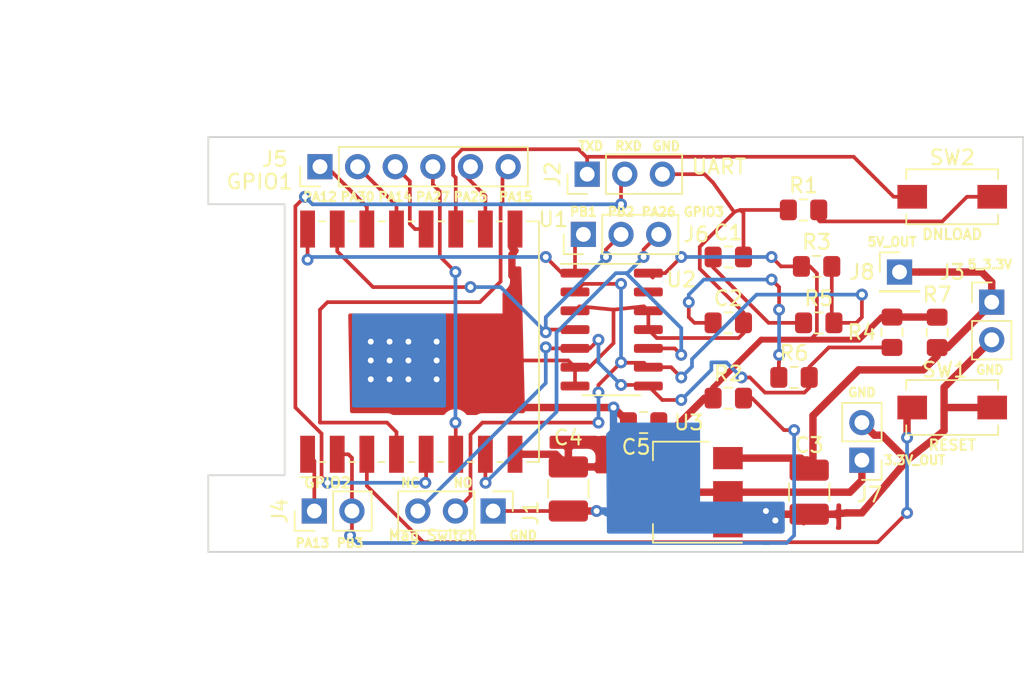
<source format=kicad_pcb>
(kicad_pcb (version 20171130) (host pcbnew "(5.1.5)-3")

  (general
    (thickness 1.6)
    (drawings 30)
    (tracks 369)
    (zones 0)
    (modules 27)
    (nets 24)
  )

  (page A)
  (layers
    (0 F.Cu signal)
    (31 B.Cu signal)
    (32 B.Adhes user)
    (33 F.Adhes user)
    (34 B.Paste user)
    (35 F.Paste user)
    (36 B.SilkS user)
    (37 F.SilkS user)
    (38 B.Mask user)
    (39 F.Mask user)
    (40 Dwgs.User user)
    (41 Cmts.User user)
    (42 Eco1.User user)
    (43 Eco2.User user)
    (44 Edge.Cuts user)
    (45 Margin user)
    (46 B.CrtYd user)
    (47 F.CrtYd user)
    (48 B.Fab user)
    (49 F.Fab user hide)
  )

  (setup
    (last_trace_width 0.25)
    (user_trace_width 0.4)
    (user_trace_width 0.5)
    (trace_clearance 0.2)
    (zone_clearance 0.508)
    (zone_45_only yes)
    (trace_min 0.2)
    (via_size 0.8)
    (via_drill 0.4)
    (via_min_size 0.4)
    (via_min_drill 0.3)
    (uvia_size 0.3)
    (uvia_drill 0.1)
    (uvias_allowed no)
    (uvia_min_size 0.2)
    (uvia_min_drill 0.1)
    (edge_width 0.05)
    (segment_width 0.2)
    (pcb_text_width 0.3)
    (pcb_text_size 1.5 1.5)
    (mod_edge_width 0.12)
    (mod_text_size 1 1)
    (mod_text_width 0.15)
    (pad_size 1.7 1.7)
    (pad_drill 1)
    (pad_to_mask_clearance 0.051)
    (solder_mask_min_width 0.25)
    (aux_axis_origin 0 0)
    (visible_elements 7FFFFFFF)
    (pcbplotparams
      (layerselection 0x010fc_ffffffff)
      (usegerberextensions false)
      (usegerberattributes true)
      (usegerberadvancedattributes false)
      (creategerberjobfile false)
      (excludeedgelayer false)
      (linewidth 0.100000)
      (plotframeref false)
      (viasonmask false)
      (mode 1)
      (useauxorigin false)
      (hpglpennumber 1)
      (hpglpenspeed 20)
      (hpglpendiameter 15.000000)
      (psnegative false)
      (psa4output false)
      (plotreference true)
      (plotvalue true)
      (plotinvisibletext false)
      (padsonsilk false)
      (subtractmaskfromsilk false)
      (outputformat 1)
      (mirror false)
      (drillshape 0)
      (scaleselection 1)
      (outputdirectory "plots/"))
  )

  (net 0 "")
  (net 1 GND)
  (net 2 "Net-(SW1-Pad2)")
  (net 3 +3V3)
  (net 4 "Net-(C1-Pad1)")
  (net 5 "Net-(C2-Pad1)")
  (net 6 "Net-(U2-Pad13)")
  (net 7 "Net-(J1-Pad3)")
  (net 8 "Net-(J1-Pad2)")
  (net 9 "Net-(R1-Pad2)")
  (net 10 "Net-(C3-Pad1)")
  (net 11 "Net-(J2-Pad2)")
  (net 12 "Net-(J2-Pad1)")
  (net 13 "Net-(J4-Pad2)")
  (net 14 "Net-(J4-Pad1)")
  (net 15 "Net-(J5-Pad6)")
  (net 16 "Net-(J5-Pad5)")
  (net 17 "Net-(J5-Pad4)")
  (net 18 "Net-(J5-Pad3)")
  (net 19 "Net-(J5-Pad2)")
  (net 20 "Net-(J5-Pad1)")
  (net 21 "Net-(J6-Pad3)")
  (net 22 "Net-(J6-Pad2)")
  (net 23 "Net-(J6-Pad1)")

  (net_class Default "This is the default net class."
    (clearance 0.2)
    (trace_width 0.25)
    (via_dia 0.8)
    (via_drill 0.4)
    (uvia_dia 0.3)
    (uvia_drill 0.1)
    (add_net +3V3)
    (add_net GND)
    (add_net "Net-(C1-Pad1)")
    (add_net "Net-(C2-Pad1)")
    (add_net "Net-(C3-Pad1)")
    (add_net "Net-(J1-Pad2)")
    (add_net "Net-(J1-Pad3)")
    (add_net "Net-(J2-Pad1)")
    (add_net "Net-(J2-Pad2)")
    (add_net "Net-(J4-Pad1)")
    (add_net "Net-(J4-Pad2)")
    (add_net "Net-(J5-Pad1)")
    (add_net "Net-(J5-Pad2)")
    (add_net "Net-(J5-Pad3)")
    (add_net "Net-(J5-Pad4)")
    (add_net "Net-(J5-Pad5)")
    (add_net "Net-(J5-Pad6)")
    (add_net "Net-(J6-Pad1)")
    (add_net "Net-(J6-Pad2)")
    (add_net "Net-(J6-Pad3)")
    (add_net "Net-(R1-Pad2)")
    (add_net "Net-(SW1-Pad2)")
    (add_net "Net-(U2-Pad13)")
  )

  (module Button_Switch_SMD:SW_SPST_EVQPE1 (layer F.Cu) (tedit 5A02FC95) (tstamp 60105513)
    (at 165.608 104.14 180)
    (descr "Light Touch Switch, https://industrial.panasonic.com/cdbs/www-data/pdf/ATK0000/ATK0000CE7.pdf")
    (path /601F6CE8)
    (attr smd)
    (fp_text reference SW1 (at 0.508 2.54) (layer F.SilkS)
      (effects (font (size 1 1) (thickness 0.15)))
    )
    (fp_text value RESET (at 0 -2.54) (layer F.SilkS)
      (effects (font (size 0.7 0.7) (thickness 0.15)))
    )
    (fp_line (start -3.1 1.85) (end 3.1 1.85) (layer F.SilkS) (width 0.12))
    (fp_line (start 3.1 -1.85) (end -3.1 -1.85) (layer F.SilkS) (width 0.12))
    (fp_line (start -3.1 -1.85) (end -3.1 -1.2) (layer F.SilkS) (width 0.12))
    (fp_line (start -3.1 1.2) (end -3.1 1.85) (layer F.SilkS) (width 0.12))
    (fp_line (start 3.1 1.85) (end 3.1 1.2) (layer F.SilkS) (width 0.12))
    (fp_line (start 3.1 -1.85) (end 3.1 -1.2) (layer F.SilkS) (width 0.12))
    (fp_line (start -3.95 2) (end -3.95 -2) (layer F.CrtYd) (width 0.05))
    (fp_line (start 3.95 2) (end -3.95 2) (layer F.CrtYd) (width 0.05))
    (fp_line (start 3.95 -2) (end 3.95 2) (layer F.CrtYd) (width 0.05))
    (fp_line (start -3.95 -2) (end 3.95 -2) (layer F.CrtYd) (width 0.05))
    (fp_line (start -1.4 0.7) (end -1.4 -0.7) (layer F.Fab) (width 0.1))
    (fp_line (start 1.4 0.7) (end -1.4 0.7) (layer F.Fab) (width 0.1))
    (fp_line (start 1.4 -0.7) (end 1.4 0.7) (layer F.Fab) (width 0.1))
    (fp_line (start -1.4 -0.7) (end 1.4 -0.7) (layer F.Fab) (width 0.1))
    (fp_line (start -3 -1.75) (end 3 -1.75) (layer F.Fab) (width 0.1))
    (fp_line (start -3 1.75) (end -3 -1.75) (layer F.Fab) (width 0.1))
    (fp_line (start 3 1.75) (end -3 1.75) (layer F.Fab) (width 0.1))
    (fp_line (start 3 -1.75) (end 3 1.75) (layer F.Fab) (width 0.1))
    (pad 1 smd rect (at -2.7 0 180) (size 2 1.6) (layers F.Cu F.Paste F.Mask)
      (net 1 GND))
    (pad 2 smd rect (at 2.7 0 180) (size 2 1.6) (layers F.Cu F.Paste F.Mask)
      (net 2 "Net-(SW1-Pad2)"))
    (model ${KISYS3DMOD}/Button_Switch_SMD.3dshapes/SW_SPST_EVQPE1.wrl
      (at (xyz 0 0 0))
      (scale (xyz 1 1 1))
      (rotate (xyz 0 0 0))
    )
  )

  (module Button_Switch_SMD:SW_SPST_EVQPE1 (layer F.Cu) (tedit 5A02FC95) (tstamp 6010552C)
    (at 165.608 89.916)
    (descr "Light Touch Switch, https://industrial.panasonic.com/cdbs/www-data/pdf/ATK0000/ATK0000CE7.pdf")
    (path /601EECF7)
    (attr smd)
    (fp_text reference SW2 (at 0 -2.65) (layer F.SilkS)
      (effects (font (size 1 1) (thickness 0.15)))
    )
    (fp_text value DNLOAD (at 0 2.54) (layer F.SilkS)
      (effects (font (size 0.7 0.7) (thickness 0.15)))
    )
    (fp_line (start -3.1 1.85) (end 3.1 1.85) (layer F.SilkS) (width 0.12))
    (fp_line (start 3.1 -1.85) (end -3.1 -1.85) (layer F.SilkS) (width 0.12))
    (fp_line (start -3.1 -1.85) (end -3.1 -1.2) (layer F.SilkS) (width 0.12))
    (fp_line (start -3.1 1.2) (end -3.1 1.85) (layer F.SilkS) (width 0.12))
    (fp_line (start 3.1 1.85) (end 3.1 1.2) (layer F.SilkS) (width 0.12))
    (fp_line (start 3.1 -1.85) (end 3.1 -1.2) (layer F.SilkS) (width 0.12))
    (fp_line (start -3.95 2) (end -3.95 -2) (layer F.CrtYd) (width 0.05))
    (fp_line (start 3.95 2) (end -3.95 2) (layer F.CrtYd) (width 0.05))
    (fp_line (start 3.95 -2) (end 3.95 2) (layer F.CrtYd) (width 0.05))
    (fp_line (start -3.95 -2) (end 3.95 -2) (layer F.CrtYd) (width 0.05))
    (fp_line (start -1.4 0.7) (end -1.4 -0.7) (layer F.Fab) (width 0.1))
    (fp_line (start 1.4 0.7) (end -1.4 0.7) (layer F.Fab) (width 0.1))
    (fp_line (start 1.4 -0.7) (end 1.4 0.7) (layer F.Fab) (width 0.1))
    (fp_line (start -1.4 -0.7) (end 1.4 -0.7) (layer F.Fab) (width 0.1))
    (fp_line (start -3 -1.75) (end 3 -1.75) (layer F.Fab) (width 0.1))
    (fp_line (start -3 1.75) (end -3 -1.75) (layer F.Fab) (width 0.1))
    (fp_line (start 3 1.75) (end -3 1.75) (layer F.Fab) (width 0.1))
    (fp_line (start 3 -1.75) (end 3 1.75) (layer F.Fab) (width 0.1))
    (pad 1 smd rect (at -2.7 0) (size 2 1.6) (layers F.Cu F.Paste F.Mask)
      (net 12 "Net-(J2-Pad1)"))
    (pad 2 smd rect (at 2.7 0) (size 2 1.6) (layers F.Cu F.Paste F.Mask)
      (net 9 "Net-(R1-Pad2)"))
    (model ${KISYS3DMOD}/Button_Switch_SMD.3dshapes/SW_SPST_EVQPE1.wrl
      (at (xyz 0 0 0))
      (scale (xyz 1 1 1))
      (rotate (xyz 0 0 0))
    )
  )

  (module Connector_PinHeader_2.54mm:PinHeader_1x01_P2.54mm_Vertical (layer F.Cu) (tedit 59FED5CC) (tstamp 6045099E)
    (at 162.052 94.996)
    (descr "Through hole straight pin header, 1x01, 2.54mm pitch, single row")
    (tags "Through hole pin header THT 1x01 2.54mm single row")
    (path /604762E4)
    (fp_text reference J8 (at -2.54 0) (layer F.SilkS)
      (effects (font (size 1 1) (thickness 0.15)))
    )
    (fp_text value Pwr (at 0 2.33) (layer F.Fab)
      (effects (font (size 1 1) (thickness 0.15)))
    )
    (fp_text user %R (at 0 0 90) (layer F.Fab)
      (effects (font (size 1 1) (thickness 0.15)))
    )
    (fp_line (start 1.8 -1.8) (end -1.8 -1.8) (layer F.CrtYd) (width 0.05))
    (fp_line (start 1.8 1.8) (end 1.8 -1.8) (layer F.CrtYd) (width 0.05))
    (fp_line (start -1.8 1.8) (end 1.8 1.8) (layer F.CrtYd) (width 0.05))
    (fp_line (start -1.8 -1.8) (end -1.8 1.8) (layer F.CrtYd) (width 0.05))
    (fp_line (start -1.33 -1.33) (end 0 -1.33) (layer F.SilkS) (width 0.12))
    (fp_line (start -1.33 0) (end -1.33 -1.33) (layer F.SilkS) (width 0.12))
    (fp_line (start -1.33 1.27) (end 1.33 1.27) (layer F.SilkS) (width 0.12))
    (fp_line (start 1.33 1.27) (end 1.33 1.33) (layer F.SilkS) (width 0.12))
    (fp_line (start -1.33 1.27) (end -1.33 1.33) (layer F.SilkS) (width 0.12))
    (fp_line (start -1.33 1.33) (end 1.33 1.33) (layer F.SilkS) (width 0.12))
    (fp_line (start -1.27 -0.635) (end -0.635 -1.27) (layer F.Fab) (width 0.1))
    (fp_line (start -1.27 1.27) (end -1.27 -0.635) (layer F.Fab) (width 0.1))
    (fp_line (start 1.27 1.27) (end -1.27 1.27) (layer F.Fab) (width 0.1))
    (fp_line (start 1.27 -1.27) (end 1.27 1.27) (layer F.Fab) (width 0.1))
    (fp_line (start -0.635 -1.27) (end 1.27 -1.27) (layer F.Fab) (width 0.1))
    (pad 1 thru_hole rect (at 0 0) (size 1.7 1.7) (drill 1) (layers *.Cu *.Mask)
      (net 10 "Net-(C3-Pad1)"))
    (model ${KISYS3DMOD}/Connector_PinHeader_2.54mm.3dshapes/PinHeader_1x01_P2.54mm_Vertical.wrl
      (at (xyz 0 0 0))
      (scale (xyz 1 1 1))
      (rotate (xyz 0 0 0))
    )
  )

  (module Connector_PinHeader_2.54mm:PinHeader_1x02_P2.54mm_Vertical (layer F.Cu) (tedit 59FED5CC) (tstamp 60450989)
    (at 159.512 107.696 180)
    (descr "Through hole straight pin header, 1x02, 2.54mm pitch, single row")
    (tags "Through hole pin header THT 1x02 2.54mm single row")
    (path /60454734)
    (fp_text reference J7 (at -0.508 -2.33) (layer F.SilkS)
      (effects (font (size 1 1) (thickness 0.15)))
    )
    (fp_text value "Pwr " (at 0 4.87) (layer F.Fab)
      (effects (font (size 1 1) (thickness 0.15)))
    )
    (fp_text user %R (at 0 1.27 90) (layer F.Fab)
      (effects (font (size 1 1) (thickness 0.15)))
    )
    (fp_line (start 1.8 -1.8) (end -1.8 -1.8) (layer F.CrtYd) (width 0.05))
    (fp_line (start 1.8 4.35) (end 1.8 -1.8) (layer F.CrtYd) (width 0.05))
    (fp_line (start -1.8 4.35) (end 1.8 4.35) (layer F.CrtYd) (width 0.05))
    (fp_line (start -1.8 -1.8) (end -1.8 4.35) (layer F.CrtYd) (width 0.05))
    (fp_line (start -1.33 -1.33) (end 0 -1.33) (layer F.SilkS) (width 0.12))
    (fp_line (start -1.33 0) (end -1.33 -1.33) (layer F.SilkS) (width 0.12))
    (fp_line (start -1.33 1.27) (end 1.33 1.27) (layer F.SilkS) (width 0.12))
    (fp_line (start 1.33 1.27) (end 1.33 3.87) (layer F.SilkS) (width 0.12))
    (fp_line (start -1.33 1.27) (end -1.33 3.87) (layer F.SilkS) (width 0.12))
    (fp_line (start -1.33 3.87) (end 1.33 3.87) (layer F.SilkS) (width 0.12))
    (fp_line (start -1.27 -0.635) (end -0.635 -1.27) (layer F.Fab) (width 0.1))
    (fp_line (start -1.27 3.81) (end -1.27 -0.635) (layer F.Fab) (width 0.1))
    (fp_line (start 1.27 3.81) (end -1.27 3.81) (layer F.Fab) (width 0.1))
    (fp_line (start 1.27 -1.27) (end 1.27 3.81) (layer F.Fab) (width 0.1))
    (fp_line (start -0.635 -1.27) (end 1.27 -1.27) (layer F.Fab) (width 0.1))
    (pad 2 thru_hole oval (at 0 2.54 180) (size 1.7 1.7) (drill 1) (layers *.Cu *.Mask)
      (net 1 GND))
    (pad 1 thru_hole rect (at 0 0 180) (size 1.7 1.7) (drill 1) (layers *.Cu *.Mask)
      (net 3 +3V3))
    (model ${KISYS3DMOD}/Connector_PinHeader_2.54mm.3dshapes/PinHeader_1x02_P2.54mm_Vertical.wrl
      (at (xyz 0 0 0))
      (scale (xyz 1 1 1))
      (rotate (xyz 0 0 0))
    )
  )

  (module Connector_PinHeader_2.54mm:PinHeader_1x03_P2.54mm_Vertical (layer F.Cu) (tedit 59FED5CC) (tstamp 6025C212)
    (at 140.716 92.456 90)
    (descr "Through hole straight pin header, 1x03, 2.54mm pitch, single row")
    (tags "Through hole pin header THT 1x03 2.54mm single row")
    (path /6025FA4A)
    (fp_text reference J6 (at 0 7.62 180) (layer F.SilkS)
      (effects (font (size 1 1) (thickness 0.15)))
    )
    (fp_text value GPIO3 (at 1.524 8.128 180) (layer F.SilkS)
      (effects (font (size 0.6 0.6) (thickness 0.15)))
    )
    (fp_text user %R (at 0 2.54) (layer F.Fab)
      (effects (font (size 1 1) (thickness 0.15)))
    )
    (fp_line (start 1.8 -1.8) (end -1.8 -1.8) (layer F.CrtYd) (width 0.05))
    (fp_line (start 1.8 6.85) (end 1.8 -1.8) (layer F.CrtYd) (width 0.05))
    (fp_line (start -1.8 6.85) (end 1.8 6.85) (layer F.CrtYd) (width 0.05))
    (fp_line (start -1.8 -1.8) (end -1.8 6.85) (layer F.CrtYd) (width 0.05))
    (fp_line (start -1.33 -1.33) (end 0 -1.33) (layer F.SilkS) (width 0.12))
    (fp_line (start -1.33 0) (end -1.33 -1.33) (layer F.SilkS) (width 0.12))
    (fp_line (start -1.33 1.27) (end 1.33 1.27) (layer F.SilkS) (width 0.12))
    (fp_line (start 1.33 1.27) (end 1.33 6.41) (layer F.SilkS) (width 0.12))
    (fp_line (start -1.33 1.27) (end -1.33 6.41) (layer F.SilkS) (width 0.12))
    (fp_line (start -1.33 6.41) (end 1.33 6.41) (layer F.SilkS) (width 0.12))
    (fp_line (start -1.27 -0.635) (end -0.635 -1.27) (layer F.Fab) (width 0.1))
    (fp_line (start -1.27 6.35) (end -1.27 -0.635) (layer F.Fab) (width 0.1))
    (fp_line (start 1.27 6.35) (end -1.27 6.35) (layer F.Fab) (width 0.1))
    (fp_line (start 1.27 -1.27) (end 1.27 6.35) (layer F.Fab) (width 0.1))
    (fp_line (start -0.635 -1.27) (end 1.27 -1.27) (layer F.Fab) (width 0.1))
    (pad 3 thru_hole oval (at 0 5.08 90) (size 1.7 1.7) (drill 1) (layers *.Cu *.Mask)
      (net 21 "Net-(J6-Pad3)"))
    (pad 2 thru_hole oval (at 0 2.54 90) (size 1.7 1.7) (drill 1) (layers *.Cu *.Mask)
      (net 22 "Net-(J6-Pad2)"))
    (pad 1 thru_hole rect (at 0 0 90) (size 1.7 1.7) (drill 1) (layers *.Cu *.Mask)
      (net 23 "Net-(J6-Pad1)"))
    (model ${KISYS3DMOD}/Connector_PinHeader_2.54mm.3dshapes/PinHeader_1x03_P2.54mm_Vertical.wrl
      (at (xyz 0 0 0))
      (scale (xyz 1 1 1))
      (rotate (xyz 0 0 0))
    )
  )

  (module Resistor_SMD:R_0805_2012Metric_Pad1.15x1.40mm_HandSolder (layer F.Cu) (tedit 5B36C52B) (tstamp 600F79BC)
    (at 144.78 105.156 180)
    (descr "Resistor SMD 0805 (2012 Metric), square (rectangular) end terminal, IPC_7351 nominal with elongated pad for handsoldering. (Body size source: https://docs.google.com/spreadsheets/d/1BsfQQcO9C6DZCsRaXUlFlo91Tg2WpOkGARC1WS5S8t0/edit?usp=sharing), generated with kicad-footprint-generator")
    (tags "resistor handsolder")
    (path /60120753)
    (attr smd)
    (fp_text reference C5 (at 0.508 -1.65) (layer F.SilkS)
      (effects (font (size 1 1) (thickness 0.15)))
    )
    (fp_text value 0.1uf (at 0 1.65) (layer F.Fab)
      (effects (font (size 1 1) (thickness 0.15)))
    )
    (fp_text user %R (at 0 0) (layer F.Fab)
      (effects (font (size 0.5 0.5) (thickness 0.08)))
    )
    (fp_line (start 1.85 0.95) (end -1.85 0.95) (layer F.CrtYd) (width 0.05))
    (fp_line (start 1.85 -0.95) (end 1.85 0.95) (layer F.CrtYd) (width 0.05))
    (fp_line (start -1.85 -0.95) (end 1.85 -0.95) (layer F.CrtYd) (width 0.05))
    (fp_line (start -1.85 0.95) (end -1.85 -0.95) (layer F.CrtYd) (width 0.05))
    (fp_line (start -0.261252 0.71) (end 0.261252 0.71) (layer F.SilkS) (width 0.12))
    (fp_line (start -0.261252 -0.71) (end 0.261252 -0.71) (layer F.SilkS) (width 0.12))
    (fp_line (start 1 0.6) (end -1 0.6) (layer F.Fab) (width 0.1))
    (fp_line (start 1 -0.6) (end 1 0.6) (layer F.Fab) (width 0.1))
    (fp_line (start -1 -0.6) (end 1 -0.6) (layer F.Fab) (width 0.1))
    (fp_line (start -1 0.6) (end -1 -0.6) (layer F.Fab) (width 0.1))
    (pad 2 smd roundrect (at 1.025 0 180) (size 1.15 1.4) (layers F.Cu F.Paste F.Mask) (roundrect_rratio 0.217391)
      (net 1 GND))
    (pad 1 smd roundrect (at -1.025 0 180) (size 1.15 1.4) (layers F.Cu F.Paste F.Mask) (roundrect_rratio 0.217391)
      (net 3 +3V3))
    (model ${KISYS3DMOD}/Resistor_SMD.3dshapes/R_0805_2012Metric.wrl
      (at (xyz 0 0 0))
      (scale (xyz 1 1 1))
      (rotate (xyz 0 0 0))
    )
  )

  (module Resistor_SMD:R_0805_2012Metric_Pad1.15x1.40mm_HandSolder (layer F.Cu) (tedit 5B36C52B) (tstamp 600DAAEF)
    (at 161.544 99.06 270)
    (descr "Resistor SMD 0805 (2012 Metric), square (rectangular) end terminal, IPC_7351 nominal with elongated pad for handsoldering. (Body size source: https://docs.google.com/spreadsheets/d/1BsfQQcO9C6DZCsRaXUlFlo91Tg2WpOkGARC1WS5S8t0/edit?usp=sharing), generated with kicad-footprint-generator")
    (tags "resistor handsolder")
    (path /600E8247)
    (attr smd)
    (fp_text reference R4 (at 0 2.032) (layer F.SilkS)
      (effects (font (size 1 1) (thickness 0.15)))
    )
    (fp_text value 1Meg (at 0 1.65 90) (layer F.Fab)
      (effects (font (size 1 1) (thickness 0.15)))
    )
    (fp_text user %R (at 0 0 90) (layer F.Fab)
      (effects (font (size 0.5 0.5) (thickness 0.08)))
    )
    (fp_line (start 1.85 0.95) (end -1.85 0.95) (layer F.CrtYd) (width 0.05))
    (fp_line (start 1.85 -0.95) (end 1.85 0.95) (layer F.CrtYd) (width 0.05))
    (fp_line (start -1.85 -0.95) (end 1.85 -0.95) (layer F.CrtYd) (width 0.05))
    (fp_line (start -1.85 0.95) (end -1.85 -0.95) (layer F.CrtYd) (width 0.05))
    (fp_line (start -0.261252 0.71) (end 0.261252 0.71) (layer F.SilkS) (width 0.12))
    (fp_line (start -0.261252 -0.71) (end 0.261252 -0.71) (layer F.SilkS) (width 0.12))
    (fp_line (start 1 0.6) (end -1 0.6) (layer F.Fab) (width 0.1))
    (fp_line (start 1 -0.6) (end 1 0.6) (layer F.Fab) (width 0.1))
    (fp_line (start -1 -0.6) (end 1 -0.6) (layer F.Fab) (width 0.1))
    (fp_line (start -1 0.6) (end -1 -0.6) (layer F.Fab) (width 0.1))
    (pad 2 smd roundrect (at 1.025 0 270) (size 1.15 1.4) (layers F.Cu F.Paste F.Mask) (roundrect_rratio 0.217391)
      (net 7 "Net-(J1-Pad3)"))
    (pad 1 smd roundrect (at -1.025 0 270) (size 1.15 1.4) (layers F.Cu F.Paste F.Mask) (roundrect_rratio 0.217391)
      (net 3 +3V3))
    (model ${KISYS3DMOD}/Resistor_SMD.3dshapes/R_0805_2012Metric.wrl
      (at (xyz 0 0 0))
      (scale (xyz 1 1 1))
      (rotate (xyz 0 0 0))
    )
  )

  (module Package_TO_SOT_SMD:SOT-223-3_TabPin2 (layer F.Cu) (tedit 5A02FF57) (tstamp 600CA512)
    (at 147.32 109.855 180)
    (descr "module CMS SOT223 4 pins")
    (tags "CMS SOT")
    (path /600EFF79)
    (attr smd)
    (fp_text reference U3 (at -0.508 4.699) (layer F.SilkS)
      (effects (font (size 1 1) (thickness 0.15)))
    )
    (fp_text value AMS1117-3.3 (at 0 4.5) (layer F.Fab)
      (effects (font (size 1 1) (thickness 0.15)))
    )
    (fp_line (start 1.85 -3.35) (end 1.85 3.35) (layer F.Fab) (width 0.1))
    (fp_line (start -1.85 3.35) (end 1.85 3.35) (layer F.Fab) (width 0.1))
    (fp_line (start -4.1 -3.41) (end 1.91 -3.41) (layer F.SilkS) (width 0.12))
    (fp_line (start -0.85 -3.35) (end 1.85 -3.35) (layer F.Fab) (width 0.1))
    (fp_line (start -1.85 3.41) (end 1.91 3.41) (layer F.SilkS) (width 0.12))
    (fp_line (start -1.85 -2.35) (end -1.85 3.35) (layer F.Fab) (width 0.1))
    (fp_line (start -1.85 -2.35) (end -0.85 -3.35) (layer F.Fab) (width 0.1))
    (fp_line (start -4.4 -3.6) (end -4.4 3.6) (layer F.CrtYd) (width 0.05))
    (fp_line (start -4.4 3.6) (end 4.4 3.6) (layer F.CrtYd) (width 0.05))
    (fp_line (start 4.4 3.6) (end 4.4 -3.6) (layer F.CrtYd) (width 0.05))
    (fp_line (start 4.4 -3.6) (end -4.4 -3.6) (layer F.CrtYd) (width 0.05))
    (fp_line (start 1.91 -3.41) (end 1.91 -2.15) (layer F.SilkS) (width 0.12))
    (fp_line (start 1.91 3.41) (end 1.91 2.15) (layer F.SilkS) (width 0.12))
    (fp_text user %R (at 0 0 90) (layer F.Fab)
      (effects (font (size 0.8 0.8) (thickness 0.12)))
    )
    (pad 1 smd rect (at -3.15 -2.3 180) (size 2 1.5) (layers F.Cu F.Paste F.Mask)
      (net 1 GND))
    (pad 3 smd rect (at -3.15 2.3 180) (size 2 1.5) (layers F.Cu F.Paste F.Mask)
      (net 10 "Net-(C3-Pad1)"))
    (pad 2 smd rect (at -3.15 0 180) (size 2 1.5) (layers F.Cu F.Paste F.Mask)
      (net 3 +3V3))
    (pad 2 smd rect (at 3.15 0 180) (size 2 3.8) (layers F.Cu F.Paste F.Mask)
      (net 3 +3V3))
    (model ${KISYS3DMOD}/Package_TO_SOT_SMD.3dshapes/SOT-223.wrl
      (at (xyz 0 0 0))
      (scale (xyz 1 1 1))
      (rotate (xyz 0 0 0))
    )
  )

  (module RTL8720DN:BW16 (layer F.Cu) (tedit 5FA72F6E) (tstamp 600A2EDD)
    (at 127 99.695 90)
    (descr "Wi-Fi Module, http://wiki.ai-thinker.com/_media/esp8266/docs/a007ps01a2_esp-07_product_specification_v1.2.pdf")
    (tags "Wi-Fi Module")
    (path /5FA8CB0C)
    (attr smd)
    (fp_text reference U1 (at 8.255 11.684 180) (layer F.SilkS)
      (effects (font (size 1 1) (thickness 0.15)))
    )
    (fp_text value BW16 (at 0 9.6 90) (layer F.Fab)
      (effects (font (size 1 1) (thickness 0.15)))
    )
    (fp_text user "No metal, traces, or components\non any PCB layer if using on-board antenna" (at 0 -14.3 270) (layer Cmts.User)
      (effects (font (size 0.8 0.8) (thickness 0.12)))
    )
    (fp_text user "KEEP-OUT ZONE" (at 0 -17.3 270) (layer Cmts.User)
      (effects (font (size 1 1) (thickness 0.15)))
    )
    (fp_text user %R (at 0 0 90) (layer F.Fab)
      (effects (font (size 1 1) (thickness 0.15)))
    )
    (fp_line (start -8 -10.6) (end 8 -10.6) (layer F.Fab) (width 0.1))
    (fp_line (start 8 -10.6) (end 8 10.6) (layer F.Fab) (width 0.1))
    (fp_line (start 8 10.6) (end -8 10.6) (layer F.Fab) (width 0.1))
    (fp_line (start -8 10.6) (end -8 -4.4) (layer F.Fab) (width 0.1))
    (fp_line (start -8 -4.4) (end -7.5 -4.9) (layer F.Fab) (width 0.1))
    (fp_line (start -7.5 -4.9) (end -8 -5.4) (layer F.Fab) (width 0.1))
    (fp_line (start -8 -5.4) (end -8 -10.6) (layer F.Fab) (width 0.1))
    (fp_line (start -9.1 -10.85) (end 9.1 -10.85) (layer F.CrtYd) (width 0.05))
    (fp_line (start 9.1 -10.85) (end 9.1 10.85) (layer F.CrtYd) (width 0.05))
    (fp_line (start 9.1 10.85) (end -9.1 10.85) (layer F.CrtYd) (width 0.05))
    (fp_line (start -9.1 10.85) (end -9.1 -10.85) (layer F.CrtYd) (width 0.05))
    (fp_line (start 8.12 9.9) (end 8.12 10.72) (layer F.SilkS) (width 0.12))
    (fp_line (start 8.12 10.72) (end -8.12 10.72) (layer F.SilkS) (width 0.12))
    (fp_line (start -8.12 10.72) (end -8.12 9.9) (layer F.SilkS) (width 0.12))
    (fp_line (start -9.15 -5.4) (end -9.15 -4.4) (layer F.SilkS) (width 0.12))
    (fp_line (start -23 -25.6) (end 23 -25.6) (layer Dwgs.User) (width 0.12))
    (fp_line (start -23 -25.6) (end -23 -6) (layer Dwgs.User) (width 0.12))
    (fp_line (start 23 -6) (end -23 -6) (layer Dwgs.User) (width 0.12))
    (fp_line (start 23 -6) (end 23 -25.6) (layer Dwgs.User) (width 0.12))
    (fp_line (start -20 -25.6) (end -23 -22.6) (layer Dwgs.User) (width 0.12))
    (fp_line (start -17 -25.6) (end -23 -19.6) (layer Dwgs.User) (width 0.12))
    (fp_line (start -14 -25.6) (end -23 -16.6) (layer Dwgs.User) (width 0.12))
    (fp_line (start -11 -25.6) (end -23 -13.6) (layer Dwgs.User) (width 0.12))
    (fp_line (start -8 -25.6) (end -23 -10.6) (layer Dwgs.User) (width 0.12))
    (fp_line (start -5 -25.6) (end -23 -7.6) (layer Dwgs.User) (width 0.12))
    (fp_line (start -2 -25.6) (end -21.6 -6) (layer Dwgs.User) (width 0.12))
    (fp_line (start 1 -25.6) (end -18.6 -6) (layer Dwgs.User) (width 0.12))
    (fp_line (start -15.6 -6) (end 4 -25.6) (layer Dwgs.User) (width 0.12))
    (fp_line (start -6.6 -6) (end 13 -25.6) (layer Dwgs.User) (width 0.12))
    (fp_line (start 10 -25.6) (end -9.6 -6) (layer Dwgs.User) (width 0.12))
    (fp_line (start 7 -25.6) (end -12.6 -6) (layer Dwgs.User) (width 0.12))
    (fp_line (start 2.4 -6) (end 22 -25.6) (layer Dwgs.User) (width 0.12))
    (fp_line (start 16 -25.6) (end -3.6 -6) (layer Dwgs.User) (width 0.12))
    (fp_line (start 19 -25.6) (end -0.6 -6) (layer Dwgs.User) (width 0.12))
    (fp_line (start 5.4 -6) (end 23 -23.6) (layer Dwgs.User) (width 0.12))
    (fp_line (start 23 -20.6) (end 8.4 -6) (layer Dwgs.User) (width 0.12))
    (fp_line (start 23 -17.6) (end 11.4 -6) (layer Dwgs.User) (width 0.12))
    (fp_line (start 23 -14.6) (end 14.4 -6) (layer Dwgs.User) (width 0.12))
    (fp_line (start 23 -11.6) (end 17.4 -6) (layer Dwgs.User) (width 0.12))
    (fp_line (start 23 -8.6) (end 20.4 -6) (layer Dwgs.User) (width 0.12))
    (fp_line (start -8.12 8.3) (end -8.12 7.9) (layer F.SilkS) (width 0.12))
    (fp_line (start 8.12 8.3) (end 8.12 7.9) (layer F.SilkS) (width 0.12))
    (fp_line (start -8.12 6.3) (end -8.12 5.9) (layer F.SilkS) (width 0.12))
    (fp_line (start 8.12 6.3) (end 8.12 5.9) (layer F.SilkS) (width 0.12))
    (fp_line (start -8.12 4.3) (end -8.12 3.9) (layer F.SilkS) (width 0.12))
    (fp_line (start 8.12 4.3) (end 8.12 3.9) (layer F.SilkS) (width 0.12))
    (fp_line (start -8.12 2.3) (end -8.12 1.9) (layer F.SilkS) (width 0.12))
    (fp_line (start 8.12 2.3) (end 8.12 1.9) (layer F.SilkS) (width 0.12))
    (fp_line (start -8.12 0.3) (end -8.12 -0.1) (layer F.SilkS) (width 0.12))
    (fp_line (start 8.12 0.3) (end 8.12 -0.1) (layer F.SilkS) (width 0.12))
    (fp_line (start -8.12 -1.7) (end -8.12 -2.1) (layer F.SilkS) (width 0.12))
    (fp_line (start 8.12 -1.7) (end 8.12 -2.1) (layer F.SilkS) (width 0.12))
    (fp_line (start -8.12 -3.7) (end -8.12 -4.1) (layer F.SilkS) (width 0.12))
    (fp_line (start 8.12 -3.7) (end 8.12 -4.1) (layer F.SilkS) (width 0.12))
    (pad 17 smd custom (at 0 0 90) (size 1.524 1.524) (layers F.Cu F.Paste F.Mask)
      (net 1 GND) (zone_connect 0)
      (options (clearance outline) (anchor rect))
      (primitives
        (gr_poly (pts
           (xy 1 3) (xy -3.5 3) (xy -3.5 -1) (xy 1 -1)) (width 0.1))
      ))
    (pad 1 smd rect (at -7.6 -4.9 90) (size 2.5 1) (layers F.Cu F.Paste F.Mask)
      (net 14 "Net-(J4-Pad1)"))
    (pad 2 smd rect (at -7.6 -2.9 90) (size 2.5 1) (layers F.Cu F.Paste F.Mask)
      (net 13 "Net-(J4-Pad2)"))
    (pad 3 smd rect (at -7.6 -0.9 90) (size 2.5 1) (layers F.Cu F.Paste F.Mask)
      (net 2 "Net-(SW1-Pad2)"))
    (pad 4 smd rect (at -7.6 1.1 90) (size 2.5 1) (layers F.Cu F.Paste F.Mask)
      (net 15 "Net-(J5-Pad6)"))
    (pad 5 smd rect (at -7.6 3.1 90) (size 2.5 1) (layers F.Cu F.Paste F.Mask)
      (net 11 "Net-(J2-Pad2)"))
    (pad 6 smd rect (at -7.6 5.1 90) (size 2.5 1) (layers F.Cu F.Paste F.Mask)
      (net 17 "Net-(J5-Pad4)"))
    (pad 7 smd rect (at -7.6 7.1 90) (size 2.5 1) (layers F.Cu F.Paste F.Mask)
      (net 21 "Net-(J6-Pad3)"))
    (pad 8 smd rect (at -7.6 9.1 90) (size 2.5 1) (layers F.Cu F.Paste F.Mask)
      (net 3 +3V3))
    (pad 9 smd rect (at 7.6 9.1 90) (size 2.5 1) (layers F.Cu F.Paste F.Mask)
      (net 1 GND))
    (pad 10 smd rect (at 7.6 7.1 90) (size 2.5 1) (layers F.Cu F.Paste F.Mask)
      (net 16 "Net-(J5-Pad5)"))
    (pad 11 smd rect (at 7.6 5.1 90) (size 2.5 1) (layers F.Cu F.Paste F.Mask)
      (net 12 "Net-(J2-Pad1)"))
    (pad 12 smd rect (at 7.6 3.1 90) (size 2.5 1) (layers F.Cu F.Paste F.Mask)
      (net 18 "Net-(J5-Pad3)"))
    (pad 13 smd rect (at 7.6 1.1 90) (size 2.5 1) (layers F.Cu F.Paste F.Mask)
      (net 19 "Net-(J5-Pad2)"))
    (pad 14 smd rect (at 7.6 -0.9 90) (size 2.5 1) (layers F.Cu F.Paste F.Mask)
      (net 20 "Net-(J5-Pad1)"))
    (pad 15 smd rect (at 7.6 -2.9 90) (size 2.5 1) (layers F.Cu F.Paste F.Mask)
      (net 22 "Net-(J6-Pad2)"))
    (pad 16 smd rect (at 7.6 -4.9 90) (size 2.5 1) (layers F.Cu F.Paste F.Mask)
      (net 23 "Net-(J6-Pad1)"))
    (model ${KISYS3DMOD}/RF_Module.3dshapes/ESP-07.wrl
      (at (xyz 0 0 0))
      (scale (xyz 1 1 1))
      (rotate (xyz 0 0 0))
    )
  )

  (module MountingHole:MountingHole_2.1mm (layer F.Cu) (tedit 5B924765) (tstamp 600D2A57)
    (at 167.64 111.252)
    (descr "Mounting Hole 2.1mm, no annular")
    (tags "mounting hole 2.1mm no annular")
    (attr virtual)
    (fp_text reference Hole2 (at 0 -3.2) (layer F.SilkS) hide
      (effects (font (size 1 1) (thickness 0.15)))
    )
    (fp_text value 2.1mm (at 0 2.032) (layer F.Fab)
      (effects (font (size 1 1) (thickness 0.15)))
    )
    (fp_circle (center 0 0) (end 2.35 0) (layer F.CrtYd) (width 0.05))
    (fp_circle (center 0 0) (end 2.1 0) (layer Cmts.User) (width 0.15))
    (fp_text user %R (at 0.3 0) (layer F.Fab)
      (effects (font (size 1 1) (thickness 0.15)))
    )
    (pad "" np_thru_hole circle (at 0 0) (size 2.1 2.1) (drill 2.1) (layers *.Cu *.Mask))
  )

  (module MountingHole:MountingHole_2.1mm (layer F.Cu) (tedit 600CAA0B) (tstamp 600D200B)
    (at 118.11 111.252)
    (descr "Mounting Hole 2.1mm, no annular")
    (tags "mounting hole 2.1mm no annular")
    (attr virtual)
    (fp_text reference Hole1 (at 0 -3.2) (layer F.SilkS) hide
      (effects (font (size 1 1) (thickness 0.15)))
    )
    (fp_text value 2.1mm (at 0.762 2.032) (layer F.Fab)
      (effects (font (size 1 1) (thickness 0.15)))
    )
    (fp_circle (center 0 0) (end 2.35 0) (layer F.CrtYd) (width 0.05))
    (fp_circle (center 0 0) (end 2.1 0) (layer Cmts.User) (width 0.15))
    (fp_text user %R (at 0.3 0) (layer F.Fab)
      (effects (font (size 1 1) (thickness 0.15)))
    )
    (pad "" np_thru_hole circle (at 0 0) (size 2.1 2.1) (drill 2.1) (layers *.Cu *.Mask))
  )

  (module Connector_PinHeader_2.54mm:PinHeader_1x06_P2.54mm_Vertical (layer F.Cu) (tedit 59FED5CC) (tstamp 600CC85F)
    (at 122.936 87.884 90)
    (descr "Through hole straight pin header, 1x06, 2.54mm pitch, single row")
    (tags "Through hole pin header THT 1x06 2.54mm single row")
    (path /6017DF0A)
    (fp_text reference J5 (at 0.508 -3.048 180) (layer F.SilkS)
      (effects (font (size 1 1) (thickness 0.15)))
    )
    (fp_text value GPIO1 (at -1.016 -4.064 180) (layer F.SilkS)
      (effects (font (size 1 1) (thickness 0.15)))
    )
    (fp_text user %R (at 0 6.35) (layer F.Fab)
      (effects (font (size 1 1) (thickness 0.15)))
    )
    (fp_line (start 1.8 -1.8) (end -1.8 -1.8) (layer F.CrtYd) (width 0.05))
    (fp_line (start 1.8 14.5) (end 1.8 -1.8) (layer F.CrtYd) (width 0.05))
    (fp_line (start -1.8 14.5) (end 1.8 14.5) (layer F.CrtYd) (width 0.05))
    (fp_line (start -1.8 -1.8) (end -1.8 14.5) (layer F.CrtYd) (width 0.05))
    (fp_line (start -1.33 -1.33) (end 0 -1.33) (layer F.SilkS) (width 0.12))
    (fp_line (start -1.33 0) (end -1.33 -1.33) (layer F.SilkS) (width 0.12))
    (fp_line (start -1.33 1.27) (end 1.33 1.27) (layer F.SilkS) (width 0.12))
    (fp_line (start 1.33 1.27) (end 1.33 14.03) (layer F.SilkS) (width 0.12))
    (fp_line (start -1.33 1.27) (end -1.33 14.03) (layer F.SilkS) (width 0.12))
    (fp_line (start -1.33 14.03) (end 1.33 14.03) (layer F.SilkS) (width 0.12))
    (fp_line (start -1.27 -0.635) (end -0.635 -1.27) (layer F.Fab) (width 0.1))
    (fp_line (start -1.27 13.97) (end -1.27 -0.635) (layer F.Fab) (width 0.1))
    (fp_line (start 1.27 13.97) (end -1.27 13.97) (layer F.Fab) (width 0.1))
    (fp_line (start 1.27 -1.27) (end 1.27 13.97) (layer F.Fab) (width 0.1))
    (fp_line (start -0.635 -1.27) (end 1.27 -1.27) (layer F.Fab) (width 0.1))
    (pad 6 thru_hole oval (at 0 12.7 90) (size 1.7 1.7) (drill 1) (layers *.Cu *.Mask)
      (net 15 "Net-(J5-Pad6)"))
    (pad 5 thru_hole oval (at 0 10.16 90) (size 1.7 1.7) (drill 1) (layers *.Cu *.Mask)
      (net 16 "Net-(J5-Pad5)"))
    (pad 4 thru_hole oval (at 0 7.62 90) (size 1.7 1.7) (drill 1) (layers *.Cu *.Mask)
      (net 17 "Net-(J5-Pad4)"))
    (pad 3 thru_hole oval (at 0 5.08 90) (size 1.7 1.7) (drill 1) (layers *.Cu *.Mask)
      (net 18 "Net-(J5-Pad3)"))
    (pad 2 thru_hole oval (at 0 2.54 90) (size 1.7 1.7) (drill 1) (layers *.Cu *.Mask)
      (net 19 "Net-(J5-Pad2)"))
    (pad 1 thru_hole rect (at 0 0 90) (size 1.7 1.7) (drill 1) (layers *.Cu *.Mask)
      (net 20 "Net-(J5-Pad1)"))
    (model ${KISYS3DMOD}/Connector_PinHeader_2.54mm.3dshapes/PinHeader_1x06_P2.54mm_Vertical.wrl
      (at (xyz 0 0 0))
      (scale (xyz 1 1 1))
      (rotate (xyz 0 0 0))
    )
  )

  (module Connector_PinHeader_2.54mm:PinHeader_1x02_P2.54mm_Vertical (layer F.Cu) (tedit 59FED5CC) (tstamp 600CC845)
    (at 122.555 111.125 90)
    (descr "Through hole straight pin header, 1x02, 2.54mm pitch, single row")
    (tags "Through hole pin header THT 1x02 2.54mm single row")
    (path /6016319A)
    (fp_text reference J4 (at 0 -2.33 90) (layer F.SilkS)
      (effects (font (size 1 1) (thickness 0.15)))
    )
    (fp_text value GPIO2 (at 1.905 0.889 180) (layer F.SilkS)
      (effects (font (size 0.7 0.7) (thickness 0.15)))
    )
    (fp_text user %R (at 0 1.27) (layer F.Fab)
      (effects (font (size 1 1) (thickness 0.15)))
    )
    (fp_line (start 1.8 -1.8) (end -1.8 -1.8) (layer F.CrtYd) (width 0.05))
    (fp_line (start 1.8 4.35) (end 1.8 -1.8) (layer F.CrtYd) (width 0.05))
    (fp_line (start -1.8 4.35) (end 1.8 4.35) (layer F.CrtYd) (width 0.05))
    (fp_line (start -1.8 -1.8) (end -1.8 4.35) (layer F.CrtYd) (width 0.05))
    (fp_line (start -1.33 -1.33) (end 0 -1.33) (layer F.SilkS) (width 0.12))
    (fp_line (start -1.33 0) (end -1.33 -1.33) (layer F.SilkS) (width 0.12))
    (fp_line (start -1.33 1.27) (end 1.33 1.27) (layer F.SilkS) (width 0.12))
    (fp_line (start 1.33 1.27) (end 1.33 3.87) (layer F.SilkS) (width 0.12))
    (fp_line (start -1.33 1.27) (end -1.33 3.87) (layer F.SilkS) (width 0.12))
    (fp_line (start -1.33 3.87) (end 1.33 3.87) (layer F.SilkS) (width 0.12))
    (fp_line (start -1.27 -0.635) (end -0.635 -1.27) (layer F.Fab) (width 0.1))
    (fp_line (start -1.27 3.81) (end -1.27 -0.635) (layer F.Fab) (width 0.1))
    (fp_line (start 1.27 3.81) (end -1.27 3.81) (layer F.Fab) (width 0.1))
    (fp_line (start 1.27 -1.27) (end 1.27 3.81) (layer F.Fab) (width 0.1))
    (fp_line (start -0.635 -1.27) (end 1.27 -1.27) (layer F.Fab) (width 0.1))
    (pad 2 thru_hole oval (at 0 2.54 90) (size 1.7 1.7) (drill 1) (layers *.Cu *.Mask)
      (net 13 "Net-(J4-Pad2)"))
    (pad 1 thru_hole rect (at 0 0 90) (size 1.7 1.7) (drill 1) (layers *.Cu *.Mask)
      (net 14 "Net-(J4-Pad1)"))
    (model ${KISYS3DMOD}/Connector_PinHeader_2.54mm.3dshapes/PinHeader_1x02_P2.54mm_Vertical.wrl
      (at (xyz 0 0 0))
      (scale (xyz 1 1 1))
      (rotate (xyz 0 0 0))
    )
  )

  (module Resistor_SMD:R_0805_2012Metric_Pad1.15x1.40mm_HandSolder (layer F.Cu) (tedit 5B36C52B) (tstamp 600CA2BC)
    (at 164.592 99.069 270)
    (descr "Resistor SMD 0805 (2012 Metric), square (rectangular) end terminal, IPC_7351 nominal with elongated pad for handsoldering. (Body size source: https://docs.google.com/spreadsheets/d/1BsfQQcO9C6DZCsRaXUlFlo91Tg2WpOkGARC1WS5S8t0/edit?usp=sharing), generated with kicad-footprint-generator")
    (tags "resistor handsolder")
    (path /60133CD1)
    (attr smd)
    (fp_text reference R7 (at -2.549 0) (layer F.SilkS)
      (effects (font (size 1 1) (thickness 0.15)))
    )
    (fp_text value 0 (at 0 1.65 90) (layer F.Fab)
      (effects (font (size 1 1) (thickness 0.15)))
    )
    (fp_text user %R (at 0 0 90) (layer F.Fab)
      (effects (font (size 0.5 0.5) (thickness 0.08)))
    )
    (fp_line (start 1.85 0.95) (end -1.85 0.95) (layer F.CrtYd) (width 0.05))
    (fp_line (start 1.85 -0.95) (end 1.85 0.95) (layer F.CrtYd) (width 0.05))
    (fp_line (start -1.85 -0.95) (end 1.85 -0.95) (layer F.CrtYd) (width 0.05))
    (fp_line (start -1.85 0.95) (end -1.85 -0.95) (layer F.CrtYd) (width 0.05))
    (fp_line (start -0.261252 0.71) (end 0.261252 0.71) (layer F.SilkS) (width 0.12))
    (fp_line (start -0.261252 -0.71) (end 0.261252 -0.71) (layer F.SilkS) (width 0.12))
    (fp_line (start 1 0.6) (end -1 0.6) (layer F.Fab) (width 0.1))
    (fp_line (start 1 -0.6) (end 1 0.6) (layer F.Fab) (width 0.1))
    (fp_line (start -1 -0.6) (end 1 -0.6) (layer F.Fab) (width 0.1))
    (fp_line (start -1 0.6) (end -1 -0.6) (layer F.Fab) (width 0.1))
    (pad 2 smd roundrect (at 1.025 0 270) (size 1.15 1.4) (layers F.Cu F.Paste F.Mask) (roundrect_rratio 0.217391)
      (net 10 "Net-(C3-Pad1)"))
    (pad 1 smd roundrect (at -1.025 0 270) (size 1.15 1.4) (layers F.Cu F.Paste F.Mask) (roundrect_rratio 0.217391)
      (net 3 +3V3))
    (model ${KISYS3DMOD}/Resistor_SMD.3dshapes/R_0805_2012Metric.wrl
      (at (xyz 0 0 0))
      (scale (xyz 1 1 1))
      (rotate (xyz 0 0 0))
    )
  )

  (module Connector_PinHeader_2.54mm:PinHeader_1x02_P2.54mm_Vertical (layer F.Cu) (tedit 600CD0C9) (tstamp 600CA21B)
    (at 168.275 97.028)
    (descr "Through hole straight pin header, 1x02, 2.54mm pitch, single row")
    (tags "Through hole pin header THT 1x02 2.54mm single row")
    (path /6013A65C)
    (fp_text reference J3 (at -2.667 -2.032) (layer F.SilkS)
      (effects (font (size 1 1) (thickness 0.15)))
    )
    (fp_text value Power (at 0 6.096) (layer F.Fab) hide
      (effects (font (size 1 1) (thickness 0.15)))
    )
    (fp_text user %R (at 0 1.27 90) (layer F.Fab)
      (effects (font (size 1 1) (thickness 0.15)))
    )
    (fp_line (start 1.8 -1.8) (end -1.8 -1.8) (layer F.CrtYd) (width 0.05))
    (fp_line (start 1.8 4.35) (end 1.8 -1.8) (layer F.CrtYd) (width 0.05))
    (fp_line (start -1.8 4.35) (end 1.8 4.35) (layer F.CrtYd) (width 0.05))
    (fp_line (start -1.8 -1.8) (end -1.8 4.35) (layer F.CrtYd) (width 0.05))
    (fp_line (start -1.33 -1.33) (end 0 -1.33) (layer F.SilkS) (width 0.12))
    (fp_line (start -1.33 0) (end -1.33 -1.33) (layer F.SilkS) (width 0.12))
    (fp_line (start -1.33 1.27) (end 1.33 1.27) (layer F.SilkS) (width 0.12))
    (fp_line (start 1.33 1.27) (end 1.33 3.87) (layer F.SilkS) (width 0.12))
    (fp_line (start -1.33 1.27) (end -1.33 3.87) (layer F.SilkS) (width 0.12))
    (fp_line (start -1.33 3.87) (end 1.33 3.87) (layer F.SilkS) (width 0.12))
    (fp_line (start -1.27 -0.635) (end -0.635 -1.27) (layer F.Fab) (width 0.1))
    (fp_line (start -1.27 3.81) (end -1.27 -0.635) (layer F.Fab) (width 0.1))
    (fp_line (start 1.27 3.81) (end -1.27 3.81) (layer F.Fab) (width 0.1))
    (fp_line (start 1.27 -1.27) (end 1.27 3.81) (layer F.Fab) (width 0.1))
    (fp_line (start -0.635 -1.27) (end 1.27 -1.27) (layer F.Fab) (width 0.1))
    (pad 2 thru_hole oval (at 0 2.54) (size 1.7 1.7) (drill 1) (layers *.Cu *.Mask)
      (net 1 GND))
    (pad 1 thru_hole rect (at 0 0) (size 1.7 1.7) (drill 1) (layers *.Cu *.Mask)
      (net 10 "Net-(C3-Pad1)"))
    (model ${KISYS3DMOD}/Connector_PinHeader_2.54mm.3dshapes/PinHeader_1x02_P2.54mm_Vertical.wrl
      (at (xyz 0 0 0))
      (scale (xyz 1 1 1))
      (rotate (xyz 0 0 0))
    )
  )

  (module Connector_PinHeader_2.54mm:PinHeader_1x03_P2.54mm_Vertical (layer F.Cu) (tedit 59FED5CC) (tstamp 600CA205)
    (at 140.97 88.392 90)
    (descr "Through hole straight pin header, 1x03, 2.54mm pitch, single row")
    (tags "Through hole pin header THT 1x03 2.54mm single row")
    (path /60113324)
    (fp_text reference J2 (at 0 -2.33 90) (layer F.SilkS)
      (effects (font (size 1 1) (thickness 0.15)))
    )
    (fp_text value UART (at 0.508 8.89 180) (layer F.SilkS)
      (effects (font (size 1 1) (thickness 0.15)))
    )
    (fp_text user %R (at 0 2.54) (layer F.Fab)
      (effects (font (size 1 1) (thickness 0.15)))
    )
    (fp_line (start 1.8 -1.8) (end -1.8 -1.8) (layer F.CrtYd) (width 0.05))
    (fp_line (start 1.8 6.85) (end 1.8 -1.8) (layer F.CrtYd) (width 0.05))
    (fp_line (start -1.8 6.85) (end 1.8 6.85) (layer F.CrtYd) (width 0.05))
    (fp_line (start -1.8 -1.8) (end -1.8 6.85) (layer F.CrtYd) (width 0.05))
    (fp_line (start -1.33 -1.33) (end 0 -1.33) (layer F.SilkS) (width 0.12))
    (fp_line (start -1.33 0) (end -1.33 -1.33) (layer F.SilkS) (width 0.12))
    (fp_line (start -1.33 1.27) (end 1.33 1.27) (layer F.SilkS) (width 0.12))
    (fp_line (start 1.33 1.27) (end 1.33 6.41) (layer F.SilkS) (width 0.12))
    (fp_line (start -1.33 1.27) (end -1.33 6.41) (layer F.SilkS) (width 0.12))
    (fp_line (start -1.33 6.41) (end 1.33 6.41) (layer F.SilkS) (width 0.12))
    (fp_line (start -1.27 -0.635) (end -0.635 -1.27) (layer F.Fab) (width 0.1))
    (fp_line (start -1.27 6.35) (end -1.27 -0.635) (layer F.Fab) (width 0.1))
    (fp_line (start 1.27 6.35) (end -1.27 6.35) (layer F.Fab) (width 0.1))
    (fp_line (start 1.27 -1.27) (end 1.27 6.35) (layer F.Fab) (width 0.1))
    (fp_line (start -0.635 -1.27) (end 1.27 -1.27) (layer F.Fab) (width 0.1))
    (pad 3 thru_hole oval (at 0 5.08 90) (size 1.7 1.7) (drill 1) (layers *.Cu *.Mask)
      (net 1 GND))
    (pad 2 thru_hole oval (at 0 2.54 90) (size 1.7 1.7) (drill 1) (layers *.Cu *.Mask)
      (net 11 "Net-(J2-Pad2)"))
    (pad 1 thru_hole rect (at 0 0 90) (size 1.7 1.7) (drill 1) (layers *.Cu *.Mask)
      (net 12 "Net-(J2-Pad1)"))
    (model ${KISYS3DMOD}/Connector_PinHeader_2.54mm.3dshapes/PinHeader_1x03_P2.54mm_Vertical.wrl
      (at (xyz 0 0 0))
      (scale (xyz 1 1 1))
      (rotate (xyz 0 0 0))
    )
  )

  (module Resistor_SMD:R_1210_3225Metric_Pad1.42x2.65mm_HandSolder (layer F.Cu) (tedit 5B301BBD) (tstamp 600CA1C2)
    (at 139.7 109.6375 270)
    (descr "Resistor SMD 1210 (3225 Metric), square (rectangular) end terminal, IPC_7351 nominal with elongated pad for handsoldering. (Body size source: http://www.tortai-tech.com/upload/download/2011102023233369053.pdf), generated with kicad-footprint-generator")
    (tags "resistor handsolder")
    (path /60126351)
    (attr smd)
    (fp_text reference C4 (at -3.4655 0) (layer F.SilkS)
      (effects (font (size 1 1) (thickness 0.15)))
    )
    (fp_text value 22uf (at 0 2.28 90) (layer F.Fab)
      (effects (font (size 1 1) (thickness 0.15)))
    )
    (fp_text user %R (at 0 0 90) (layer F.Fab)
      (effects (font (size 0.8 0.8) (thickness 0.12)))
    )
    (fp_line (start 2.45 1.58) (end -2.45 1.58) (layer F.CrtYd) (width 0.05))
    (fp_line (start 2.45 -1.58) (end 2.45 1.58) (layer F.CrtYd) (width 0.05))
    (fp_line (start -2.45 -1.58) (end 2.45 -1.58) (layer F.CrtYd) (width 0.05))
    (fp_line (start -2.45 1.58) (end -2.45 -1.58) (layer F.CrtYd) (width 0.05))
    (fp_line (start -0.602064 1.36) (end 0.602064 1.36) (layer F.SilkS) (width 0.12))
    (fp_line (start -0.602064 -1.36) (end 0.602064 -1.36) (layer F.SilkS) (width 0.12))
    (fp_line (start 1.6 1.25) (end -1.6 1.25) (layer F.Fab) (width 0.1))
    (fp_line (start 1.6 -1.25) (end 1.6 1.25) (layer F.Fab) (width 0.1))
    (fp_line (start -1.6 -1.25) (end 1.6 -1.25) (layer F.Fab) (width 0.1))
    (fp_line (start -1.6 1.25) (end -1.6 -1.25) (layer F.Fab) (width 0.1))
    (pad 2 smd roundrect (at 1.4875 0 270) (size 1.425 2.65) (layers F.Cu F.Paste F.Mask) (roundrect_rratio 0.175439)
      (net 1 GND))
    (pad 1 smd roundrect (at -1.4875 0 270) (size 1.425 2.65) (layers F.Cu F.Paste F.Mask) (roundrect_rratio 0.175439)
      (net 3 +3V3))
    (model ${KISYS3DMOD}/Resistor_SMD.3dshapes/R_1210_3225Metric.wrl
      (at (xyz 0 0 0))
      (scale (xyz 1 1 1))
      (rotate (xyz 0 0 0))
    )
  )

  (module Resistor_SMD:R_1210_3225Metric_Pad1.42x2.65mm_HandSolder (layer F.Cu) (tedit 5B301BBD) (tstamp 600CA1B1)
    (at 155.956 109.855 270)
    (descr "Resistor SMD 1210 (3225 Metric), square (rectangular) end terminal, IPC_7351 nominal with elongated pad for handsoldering. (Body size source: http://www.tortai-tech.com/upload/download/2011102023233369053.pdf), generated with kicad-footprint-generator")
    (tags "resistor handsolder")
    (path /6010B1B3)
    (attr smd)
    (fp_text reference C3 (at -3.175 0) (layer F.SilkS)
      (effects (font (size 1 1) (thickness 0.15)))
    )
    (fp_text value 22uf (at 0 2.28 90) (layer F.Fab)
      (effects (font (size 1 1) (thickness 0.15)))
    )
    (fp_text user %R (at 0.635 0 90) (layer F.Fab)
      (effects (font (size 0.8 0.8) (thickness 0.12)))
    )
    (fp_line (start 2.45 1.58) (end -2.45 1.58) (layer F.CrtYd) (width 0.05))
    (fp_line (start 2.45 -1.58) (end 2.45 1.58) (layer F.CrtYd) (width 0.05))
    (fp_line (start -2.45 -1.58) (end 2.45 -1.58) (layer F.CrtYd) (width 0.05))
    (fp_line (start -2.45 1.58) (end -2.45 -1.58) (layer F.CrtYd) (width 0.05))
    (fp_line (start -0.602064 1.36) (end 0.602064 1.36) (layer F.SilkS) (width 0.12))
    (fp_line (start -0.602064 -1.36) (end 0.602064 -1.36) (layer F.SilkS) (width 0.12))
    (fp_line (start 1.6 1.25) (end -1.6 1.25) (layer F.Fab) (width 0.1))
    (fp_line (start 1.6 -1.25) (end 1.6 1.25) (layer F.Fab) (width 0.1))
    (fp_line (start -1.6 -1.25) (end 1.6 -1.25) (layer F.Fab) (width 0.1))
    (fp_line (start -1.6 1.25) (end -1.6 -1.25) (layer F.Fab) (width 0.1))
    (pad 2 smd roundrect (at 1.4875 0 270) (size 1.425 2.65) (layers F.Cu F.Paste F.Mask) (roundrect_rratio 0.175439)
      (net 1 GND))
    (pad 1 smd roundrect (at -1.4875 0 270) (size 1.425 2.65) (layers F.Cu F.Paste F.Mask) (roundrect_rratio 0.175439)
      (net 10 "Net-(C3-Pad1)"))
    (model ${KISYS3DMOD}/Resistor_SMD.3dshapes/R_1210_3225Metric.wrl
      (at (xyz 0 0 0))
      (scale (xyz 1 1 1))
      (rotate (xyz 0 0 0))
    )
  )

  (module Resistor_SMD:R_0805_2012Metric_Pad1.15x1.40mm_HandSolder (layer F.Cu) (tedit 5B36C52B) (tstamp 600C699B)
    (at 155.575 90.805)
    (descr "Resistor SMD 0805 (2012 Metric), square (rectangular) end terminal, IPC_7351 nominal with elongated pad for handsoldering. (Body size source: https://docs.google.com/spreadsheets/d/1BsfQQcO9C6DZCsRaXUlFlo91Tg2WpOkGARC1WS5S8t0/edit?usp=sharing), generated with kicad-footprint-generator")
    (tags "resistor handsolder")
    (path /600C65AB)
    (attr smd)
    (fp_text reference R1 (at 0 -1.65) (layer F.SilkS)
      (effects (font (size 1 1) (thickness 0.15)))
    )
    (fp_text value 2K (at 0 1.65) (layer F.Fab)
      (effects (font (size 1 1) (thickness 0.15)))
    )
    (fp_line (start 1.85 0.95) (end -1.85 0.95) (layer F.CrtYd) (width 0.05))
    (fp_line (start 1.85 -0.95) (end 1.85 0.95) (layer F.CrtYd) (width 0.05))
    (fp_line (start -1.85 -0.95) (end 1.85 -0.95) (layer F.CrtYd) (width 0.05))
    (fp_line (start -1.85 0.95) (end -1.85 -0.95) (layer F.CrtYd) (width 0.05))
    (fp_line (start -0.261252 0.71) (end 0.261252 0.71) (layer F.SilkS) (width 0.12))
    (fp_line (start -0.261252 -0.71) (end 0.261252 -0.71) (layer F.SilkS) (width 0.12))
    (fp_line (start 1 0.6) (end -1 0.6) (layer F.Fab) (width 0.1))
    (fp_line (start 1 -0.6) (end 1 0.6) (layer F.Fab) (width 0.1))
    (fp_line (start -1 -0.6) (end 1 -0.6) (layer F.Fab) (width 0.1))
    (fp_line (start -1 0.6) (end -1 -0.6) (layer F.Fab) (width 0.1))
    (pad 2 smd roundrect (at 1.025 0) (size 1.15 1.4) (layers F.Cu F.Paste F.Mask) (roundrect_rratio 0.217391)
      (net 9 "Net-(R1-Pad2)"))
    (pad 1 smd roundrect (at -1.025 0) (size 1.15 1.4) (layers F.Cu F.Paste F.Mask) (roundrect_rratio 0.217391)
      (net 1 GND))
    (model ${KISYS3DMOD}/Resistor_SMD.3dshapes/R_0805_2012Metric.wrl
      (at (xyz 0 0 0))
      (scale (xyz 1 1 1))
      (rotate (xyz 0 0 0))
    )
  )

  (module Connector_PinHeader_2.54mm:PinHeader_1x03_P2.54mm_Vertical (layer F.Cu) (tedit 600F7504) (tstamp 600C698A)
    (at 134.62 111.125 270)
    (descr "Through hole straight pin header, 1x03, 2.54mm pitch, single row")
    (tags "Through hole pin header THT 1x03 2.54mm single row")
    (path /600CA2E2)
    (fp_text reference J1 (at 0.127 -2.54 90) (layer F.SilkS)
      (effects (font (size 1 1) (thickness 0.15)))
    )
    (fp_text value "Mag Switch" (at 1.651 4.064) (layer F.SilkS)
      (effects (font (size 0.7 0.7) (thickness 0.15)))
    )
    (fp_text user %R (at 0 2.54) (layer F.Fab)
      (effects (font (size 1 1) (thickness 0.15)))
    )
    (fp_line (start 1.8 -1.8) (end -1.8 -1.8) (layer F.CrtYd) (width 0.05))
    (fp_line (start 1.8 6.85) (end 1.8 -1.8) (layer F.CrtYd) (width 0.05))
    (fp_line (start -1.8 6.85) (end 1.8 6.85) (layer F.CrtYd) (width 0.05))
    (fp_line (start -1.8 -1.8) (end -1.8 6.85) (layer F.CrtYd) (width 0.05))
    (fp_line (start -1.33 -1.33) (end 0 -1.33) (layer F.SilkS) (width 0.12))
    (fp_line (start -1.33 0) (end -1.33 -1.33) (layer F.SilkS) (width 0.12))
    (fp_line (start -1.33 1.27) (end 1.33 1.27) (layer F.SilkS) (width 0.12))
    (fp_line (start 1.33 1.27) (end 1.33 6.41) (layer F.SilkS) (width 0.12))
    (fp_line (start -1.33 1.27) (end -1.33 6.41) (layer F.SilkS) (width 0.12))
    (fp_line (start -1.33 6.41) (end 1.33 6.41) (layer F.SilkS) (width 0.12))
    (fp_line (start -1.27 -0.635) (end -0.635 -1.27) (layer F.Fab) (width 0.1))
    (fp_line (start -1.27 6.35) (end -1.27 -0.635) (layer F.Fab) (width 0.1))
    (fp_line (start 1.27 6.35) (end -1.27 6.35) (layer F.Fab) (width 0.1))
    (fp_line (start 1.27 -1.27) (end 1.27 6.35) (layer F.Fab) (width 0.1))
    (fp_line (start -0.635 -1.27) (end 1.27 -1.27) (layer F.Fab) (width 0.1))
    (pad 3 thru_hole oval (at 0 5.08 270) (size 1.7 1.7) (drill 1) (layers *.Cu *.Mask)
      (net 7 "Net-(J1-Pad3)"))
    (pad 2 thru_hole oval (at 0 2.54 270) (size 1.7 1.7) (drill 1) (layers *.Cu *.Mask)
      (net 8 "Net-(J1-Pad2)"))
    (pad 1 thru_hole rect (at 0 0 270) (size 1.7 1.7) (drill 1) (layers *.Cu *.Mask)
      (net 1 GND))
    (model ${KISYS3DMOD}/Connector_PinHeader_2.54mm.3dshapes/PinHeader_1x03_P2.54mm_Vertical.wrl
      (at (xyz 0 0 0))
      (scale (xyz 1 1 1))
      (rotate (xyz 0 0 0))
    )
  )

  (module Package_SO:SOIC-14_3.9x8.7mm_P1.27mm (layer F.Cu) (tedit 5D9F72B1) (tstamp 600B5578)
    (at 142.625 98.88)
    (descr "SOIC, 14 Pin (JEDEC MS-012AB, https://www.analog.com/media/en/package-pcb-resources/package/pkg_pdf/soic_narrow-r/r_14.pdf), generated with kicad-footprint-generator ipc_gullwing_generator.py")
    (tags "SOIC SO")
    (path /600A37F1)
    (attr smd)
    (fp_text reference U2 (at 4.695 -3.376) (layer F.SilkS)
      (effects (font (size 1 1) (thickness 0.15)))
    )
    (fp_text value 74HC02 (at 0 5.28) (layer F.Fab)
      (effects (font (size 1 1) (thickness 0.15)))
    )
    (fp_text user %R (at 0 0) (layer F.Fab)
      (effects (font (size 0.98 0.98) (thickness 0.15)))
    )
    (fp_line (start 3.7 -4.58) (end -3.7 -4.58) (layer F.CrtYd) (width 0.05))
    (fp_line (start 3.7 4.58) (end 3.7 -4.58) (layer F.CrtYd) (width 0.05))
    (fp_line (start -3.7 4.58) (end 3.7 4.58) (layer F.CrtYd) (width 0.05))
    (fp_line (start -3.7 -4.58) (end -3.7 4.58) (layer F.CrtYd) (width 0.05))
    (fp_line (start -1.95 -3.35) (end -0.975 -4.325) (layer F.Fab) (width 0.1))
    (fp_line (start -1.95 4.325) (end -1.95 -3.35) (layer F.Fab) (width 0.1))
    (fp_line (start 1.95 4.325) (end -1.95 4.325) (layer F.Fab) (width 0.1))
    (fp_line (start 1.95 -4.325) (end 1.95 4.325) (layer F.Fab) (width 0.1))
    (fp_line (start -0.975 -4.325) (end 1.95 -4.325) (layer F.Fab) (width 0.1))
    (fp_line (start 0 -4.435) (end -3.45 -4.435) (layer F.SilkS) (width 0.12))
    (fp_line (start 0 -4.435) (end 1.95 -4.435) (layer F.SilkS) (width 0.12))
    (fp_line (start 0 4.435) (end -1.95 4.435) (layer F.SilkS) (width 0.12))
    (fp_line (start 0 4.435) (end 1.95 4.435) (layer F.SilkS) (width 0.12))
    (pad 14 smd roundrect (at 2.475 -3.81) (size 1.95 0.6) (layers F.Cu F.Paste F.Mask) (roundrect_rratio 0.25)
      (net 3 +3V3))
    (pad 13 smd roundrect (at 2.475 -2.54) (size 1.95 0.6) (layers F.Cu F.Paste F.Mask) (roundrect_rratio 0.25)
      (net 6 "Net-(U2-Pad13)"))
    (pad 12 smd roundrect (at 2.475 -1.27) (size 1.95 0.6) (layers F.Cu F.Paste F.Mask) (roundrect_rratio 0.25)
      (net 1 GND))
    (pad 11 smd roundrect (at 2.475 0) (size 1.95 0.6) (layers F.Cu F.Paste F.Mask) (roundrect_rratio 0.25)
      (net 1 GND))
    (pad 10 smd roundrect (at 2.475 1.27) (size 1.95 0.6) (layers F.Cu F.Paste F.Mask) (roundrect_rratio 0.25)
      (net 21 "Net-(J6-Pad3)"))
    (pad 9 smd roundrect (at 2.475 2.54) (size 1.95 0.6) (layers F.Cu F.Paste F.Mask) (roundrect_rratio 0.25)
      (net 8 "Net-(J1-Pad2)"))
    (pad 8 smd roundrect (at 2.475 3.81) (size 1.95 0.6) (layers F.Cu F.Paste F.Mask) (roundrect_rratio 0.25)
      (net 7 "Net-(J1-Pad3)"))
    (pad 7 smd roundrect (at -2.475 3.81) (size 1.95 0.6) (layers F.Cu F.Paste F.Mask) (roundrect_rratio 0.25)
      (net 1 GND))
    (pad 6 smd roundrect (at -2.475 2.54) (size 1.95 0.6) (layers F.Cu F.Paste F.Mask) (roundrect_rratio 0.25)
      (net 1 GND))
    (pad 5 smd roundrect (at -2.475 1.27) (size 1.95 0.6) (layers F.Cu F.Paste F.Mask) (roundrect_rratio 0.25)
      (net 7 "Net-(J1-Pad3)"))
    (pad 4 smd roundrect (at -2.475 0) (size 1.95 0.6) (layers F.Cu F.Paste F.Mask) (roundrect_rratio 0.25)
      (net 22 "Net-(J6-Pad2)"))
    (pad 3 smd roundrect (at -2.475 -1.27) (size 1.95 0.6) (layers F.Cu F.Paste F.Mask) (roundrect_rratio 0.25)
      (net 1 GND))
    (pad 2 smd roundrect (at -2.475 -2.54) (size 1.95 0.6) (layers F.Cu F.Paste F.Mask) (roundrect_rratio 0.25)
      (net 8 "Net-(J1-Pad2)"))
    (pad 1 smd roundrect (at -2.475 -3.81) (size 1.95 0.6) (layers F.Cu F.Paste F.Mask) (roundrect_rratio 0.25)
      (net 23 "Net-(J6-Pad1)"))
    (model ${KISYS3DMOD}/Package_SO.3dshapes/SOIC-14_3.9x8.7mm_P1.27mm.wrl
      (at (xyz 0 0 0))
      (scale (xyz 1 1 1))
      (rotate (xyz 0 0 0))
    )
  )

  (module Resistor_SMD:R_0805_2012Metric_Pad1.15x1.40mm_HandSolder (layer F.Cu) (tedit 5B36C52B) (tstamp 600B5356)
    (at 154.931 102.108)
    (descr "Resistor SMD 0805 (2012 Metric), square (rectangular) end terminal, IPC_7351 nominal with elongated pad for handsoldering. (Body size source: https://docs.google.com/spreadsheets/d/1BsfQQcO9C6DZCsRaXUlFlo91Tg2WpOkGARC1WS5S8t0/edit?usp=sharing), generated with kicad-footprint-generator")
    (tags "resistor handsolder")
    (path /600D1008)
    (attr smd)
    (fp_text reference R6 (at 0 -1.65) (layer F.SilkS)
      (effects (font (size 1 1) (thickness 0.15)))
    )
    (fp_text value 10K (at 0 1.65) (layer F.Fab)
      (effects (font (size 1 1) (thickness 0.15)))
    )
    (fp_text user %R (at -2.295 0) (layer F.Fab)
      (effects (font (size 0.5 0.5) (thickness 0.08)))
    )
    (fp_line (start 1.85 0.95) (end -1.85 0.95) (layer F.CrtYd) (width 0.05))
    (fp_line (start 1.85 -0.95) (end 1.85 0.95) (layer F.CrtYd) (width 0.05))
    (fp_line (start -1.85 -0.95) (end 1.85 -0.95) (layer F.CrtYd) (width 0.05))
    (fp_line (start -1.85 0.95) (end -1.85 -0.95) (layer F.CrtYd) (width 0.05))
    (fp_line (start -0.261252 0.71) (end 0.261252 0.71) (layer F.SilkS) (width 0.12))
    (fp_line (start -0.261252 -0.71) (end 0.261252 -0.71) (layer F.SilkS) (width 0.12))
    (fp_line (start 1 0.6) (end -1 0.6) (layer F.Fab) (width 0.1))
    (fp_line (start 1 -0.6) (end 1 0.6) (layer F.Fab) (width 0.1))
    (fp_line (start -1 -0.6) (end 1 -0.6) (layer F.Fab) (width 0.1))
    (fp_line (start -1 0.6) (end -1 -0.6) (layer F.Fab) (width 0.1))
    (pad 2 smd roundrect (at 1.025 0) (size 1.15 1.4) (layers F.Cu F.Paste F.Mask) (roundrect_rratio 0.217391)
      (net 7 "Net-(J1-Pad3)"))
    (pad 1 smd roundrect (at -1.025 0) (size 1.15 1.4) (layers F.Cu F.Paste F.Mask) (roundrect_rratio 0.217391)
      (net 5 "Net-(C2-Pad1)"))
    (model ${KISYS3DMOD}/Resistor_SMD.3dshapes/R_0805_2012Metric.wrl
      (at (xyz 0 0 0))
      (scale (xyz 1 1 1))
      (rotate (xyz 0 0 0))
    )
  )

  (module Resistor_SMD:R_0805_2012Metric_Pad1.15x1.40mm_HandSolder (layer F.Cu) (tedit 5B36C52B) (tstamp 600B5345)
    (at 156.6 98.425)
    (descr "Resistor SMD 0805 (2012 Metric), square (rectangular) end terminal, IPC_7351 nominal with elongated pad for handsoldering. (Body size source: https://docs.google.com/spreadsheets/d/1BsfQQcO9C6DZCsRaXUlFlo91Tg2WpOkGARC1WS5S8t0/edit?usp=sharing), generated with kicad-footprint-generator")
    (tags "resistor handsolder")
    (path /600DA80E)
    (attr smd)
    (fp_text reference R5 (at 0 -1.65) (layer F.SilkS)
      (effects (font (size 1 1) (thickness 0.15)))
    )
    (fp_text value 10K (at 0 1.65) (layer F.Fab)
      (effects (font (size 1 1) (thickness 0.15)))
    )
    (fp_text user %R (at 0 0) (layer F.Fab)
      (effects (font (size 0.5 0.5) (thickness 0.08)))
    )
    (fp_line (start 1.85 0.95) (end -1.85 0.95) (layer F.CrtYd) (width 0.05))
    (fp_line (start 1.85 -0.95) (end 1.85 0.95) (layer F.CrtYd) (width 0.05))
    (fp_line (start -1.85 -0.95) (end 1.85 -0.95) (layer F.CrtYd) (width 0.05))
    (fp_line (start -1.85 0.95) (end -1.85 -0.95) (layer F.CrtYd) (width 0.05))
    (fp_line (start -0.261252 0.71) (end 0.261252 0.71) (layer F.SilkS) (width 0.12))
    (fp_line (start -0.261252 -0.71) (end 0.261252 -0.71) (layer F.SilkS) (width 0.12))
    (fp_line (start 1 0.6) (end -1 0.6) (layer F.Fab) (width 0.1))
    (fp_line (start 1 -0.6) (end 1 0.6) (layer F.Fab) (width 0.1))
    (fp_line (start -1 -0.6) (end 1 -0.6) (layer F.Fab) (width 0.1))
    (fp_line (start -1 0.6) (end -1 -0.6) (layer F.Fab) (width 0.1))
    (pad 2 smd roundrect (at 1.025 0) (size 1.15 1.4) (layers F.Cu F.Paste F.Mask) (roundrect_rratio 0.217391)
      (net 8 "Net-(J1-Pad2)"))
    (pad 1 smd roundrect (at -1.025 0) (size 1.15 1.4) (layers F.Cu F.Paste F.Mask) (roundrect_rratio 0.217391)
      (net 4 "Net-(C1-Pad1)"))
    (model ${KISYS3DMOD}/Resistor_SMD.3dshapes/R_0805_2012Metric.wrl
      (at (xyz 0 0 0))
      (scale (xyz 1 1 1))
      (rotate (xyz 0 0 0))
    )
  )

  (module Resistor_SMD:R_0805_2012Metric_Pad1.15x1.40mm_HandSolder (layer F.Cu) (tedit 5B36C52B) (tstamp 600B5334)
    (at 150.495 103.505)
    (descr "Resistor SMD 0805 (2012 Metric), square (rectangular) end terminal, IPC_7351 nominal with elongated pad for handsoldering. (Body size source: https://docs.google.com/spreadsheets/d/1BsfQQcO9C6DZCsRaXUlFlo91Tg2WpOkGARC1WS5S8t0/edit?usp=sharing), generated with kicad-footprint-generator")
    (tags "resistor handsolder")
    (path /600CE4DB)
    (attr smd)
    (fp_text reference R2 (at 0 -1.65) (layer F.SilkS)
      (effects (font (size 1 1) (thickness 0.15)))
    )
    (fp_text value 1K (at 0 1.65) (layer F.Fab)
      (effects (font (size 1 1) (thickness 0.15)))
    )
    (fp_text user %R (at 1.27 0.635) (layer F.Fab)
      (effects (font (size 0.5 0.5) (thickness 0.08)))
    )
    (fp_line (start 1.85 0.95) (end -1.85 0.95) (layer F.CrtYd) (width 0.05))
    (fp_line (start 1.85 -0.95) (end 1.85 0.95) (layer F.CrtYd) (width 0.05))
    (fp_line (start -1.85 -0.95) (end 1.85 -0.95) (layer F.CrtYd) (width 0.05))
    (fp_line (start -1.85 0.95) (end -1.85 -0.95) (layer F.CrtYd) (width 0.05))
    (fp_line (start -0.261252 0.71) (end 0.261252 0.71) (layer F.SilkS) (width 0.12))
    (fp_line (start -0.261252 -0.71) (end 0.261252 -0.71) (layer F.SilkS) (width 0.12))
    (fp_line (start 1 0.6) (end -1 0.6) (layer F.Fab) (width 0.1))
    (fp_line (start 1 -0.6) (end 1 0.6) (layer F.Fab) (width 0.1))
    (fp_line (start -1 -0.6) (end 1 -0.6) (layer F.Fab) (width 0.1))
    (fp_line (start -1 0.6) (end -1 -0.6) (layer F.Fab) (width 0.1))
    (pad 2 smd roundrect (at 1.025 0) (size 1.15 1.4) (layers F.Cu F.Paste F.Mask) (roundrect_rratio 0.217391)
      (net 13 "Net-(J4-Pad2)"))
    (pad 1 smd roundrect (at -1.025 0) (size 1.15 1.4) (layers F.Cu F.Paste F.Mask) (roundrect_rratio 0.217391)
      (net 3 +3V3))
    (model ${KISYS3DMOD}/Resistor_SMD.3dshapes/R_0805_2012Metric.wrl
      (at (xyz 0 0 0))
      (scale (xyz 1 1 1))
      (rotate (xyz 0 0 0))
    )
  )

  (module Resistor_SMD:R_0805_2012Metric_Pad1.15x1.40mm_HandSolder (layer F.Cu) (tedit 5B36C52B) (tstamp 600B5323)
    (at 156.455 94.615)
    (descr "Resistor SMD 0805 (2012 Metric), square (rectangular) end terminal, IPC_7351 nominal with elongated pad for handsoldering. (Body size source: https://docs.google.com/spreadsheets/d/1BsfQQcO9C6DZCsRaXUlFlo91Tg2WpOkGARC1WS5S8t0/edit?usp=sharing), generated with kicad-footprint-generator")
    (tags "resistor handsolder")
    (path /600CC76F)
    (attr smd)
    (fp_text reference R3 (at 0 -1.65) (layer F.SilkS)
      (effects (font (size 1 1) (thickness 0.15)))
    )
    (fp_text value 1Meg (at 0 1.65) (layer F.Fab)
      (effects (font (size 1 1) (thickness 0.15)))
    )
    (fp_text user %R (at 0 0) (layer F.Fab)
      (effects (font (size 0.5 0.5) (thickness 0.08)))
    )
    (fp_line (start 1.85 0.95) (end -1.85 0.95) (layer F.CrtYd) (width 0.05))
    (fp_line (start 1.85 -0.95) (end 1.85 0.95) (layer F.CrtYd) (width 0.05))
    (fp_line (start -1.85 -0.95) (end 1.85 -0.95) (layer F.CrtYd) (width 0.05))
    (fp_line (start -1.85 0.95) (end -1.85 -0.95) (layer F.CrtYd) (width 0.05))
    (fp_line (start -0.261252 0.71) (end 0.261252 0.71) (layer F.SilkS) (width 0.12))
    (fp_line (start -0.261252 -0.71) (end 0.261252 -0.71) (layer F.SilkS) (width 0.12))
    (fp_line (start 1 0.6) (end -1 0.6) (layer F.Fab) (width 0.1))
    (fp_line (start 1 -0.6) (end 1 0.6) (layer F.Fab) (width 0.1))
    (fp_line (start -1 -0.6) (end 1 -0.6) (layer F.Fab) (width 0.1))
    (fp_line (start -1 0.6) (end -1 -0.6) (layer F.Fab) (width 0.1))
    (pad 2 smd roundrect (at 1.025 0) (size 1.15 1.4) (layers F.Cu F.Paste F.Mask) (roundrect_rratio 0.217391)
      (net 8 "Net-(J1-Pad2)"))
    (pad 1 smd roundrect (at -1.025 0) (size 1.15 1.4) (layers F.Cu F.Paste F.Mask) (roundrect_rratio 0.217391)
      (net 3 +3V3))
    (model ${KISYS3DMOD}/Resistor_SMD.3dshapes/R_0805_2012Metric.wrl
      (at (xyz 0 0 0))
      (scale (xyz 1 1 1))
      (rotate (xyz 0 0 0))
    )
  )

  (module Resistor_SMD:R_0805_2012Metric_Pad1.15x1.40mm_HandSolder (layer F.Cu) (tedit 5B36C52B) (tstamp 600B52F2)
    (at 150.495 98.425)
    (descr "Resistor SMD 0805 (2012 Metric), square (rectangular) end terminal, IPC_7351 nominal with elongated pad for handsoldering. (Body size source: https://docs.google.com/spreadsheets/d/1BsfQQcO9C6DZCsRaXUlFlo91Tg2WpOkGARC1WS5S8t0/edit?usp=sharing), generated with kicad-footprint-generator")
    (tags "resistor handsolder")
    (path /600D675B)
    (attr smd)
    (fp_text reference C2 (at 0 -1.65) (layer F.SilkS)
      (effects (font (size 1 1) (thickness 0.15)))
    )
    (fp_text value 0.47uf (at 0 1.65) (layer F.Fab)
      (effects (font (size 1 1) (thickness 0.15)))
    )
    (fp_text user %R (at 0 0) (layer F.Fab)
      (effects (font (size 0.5 0.5) (thickness 0.08)))
    )
    (fp_line (start 1.85 0.95) (end -1.85 0.95) (layer F.CrtYd) (width 0.05))
    (fp_line (start 1.85 -0.95) (end 1.85 0.95) (layer F.CrtYd) (width 0.05))
    (fp_line (start -1.85 -0.95) (end 1.85 -0.95) (layer F.CrtYd) (width 0.05))
    (fp_line (start -1.85 0.95) (end -1.85 -0.95) (layer F.CrtYd) (width 0.05))
    (fp_line (start -0.261252 0.71) (end 0.261252 0.71) (layer F.SilkS) (width 0.12))
    (fp_line (start -0.261252 -0.71) (end 0.261252 -0.71) (layer F.SilkS) (width 0.12))
    (fp_line (start 1 0.6) (end -1 0.6) (layer F.Fab) (width 0.1))
    (fp_line (start 1 -0.6) (end 1 0.6) (layer F.Fab) (width 0.1))
    (fp_line (start -1 -0.6) (end 1 -0.6) (layer F.Fab) (width 0.1))
    (fp_line (start -1 0.6) (end -1 -0.6) (layer F.Fab) (width 0.1))
    (pad 2 smd roundrect (at 1.025 0) (size 1.15 1.4) (layers F.Cu F.Paste F.Mask) (roundrect_rratio 0.217391)
      (net 1 GND))
    (pad 1 smd roundrect (at -1.025 0) (size 1.15 1.4) (layers F.Cu F.Paste F.Mask) (roundrect_rratio 0.217391)
      (net 5 "Net-(C2-Pad1)"))
    (model ${KISYS3DMOD}/Resistor_SMD.3dshapes/R_0805_2012Metric.wrl
      (at (xyz 0 0 0))
      (scale (xyz 1 1 1))
      (rotate (xyz 0 0 0))
    )
  )

  (module Resistor_SMD:R_0805_2012Metric_Pad1.15x1.40mm_HandSolder (layer F.Cu) (tedit 5B36C52B) (tstamp 600B52E1)
    (at 150.495 93.98)
    (descr "Resistor SMD 0805 (2012 Metric), square (rectangular) end terminal, IPC_7351 nominal with elongated pad for handsoldering. (Body size source: https://docs.google.com/spreadsheets/d/1BsfQQcO9C6DZCsRaXUlFlo91Tg2WpOkGARC1WS5S8t0/edit?usp=sharing), generated with kicad-footprint-generator")
    (tags "resistor handsolder")
    (path /600DB243)
    (attr smd)
    (fp_text reference C1 (at 0 -1.65) (layer F.SilkS)
      (effects (font (size 1 1) (thickness 0.15)))
    )
    (fp_text value 0.47uf (at 0 1.65) (layer F.Fab)
      (effects (font (size 1 1) (thickness 0.15)))
    )
    (fp_text user %R (at 0 0) (layer F.Fab)
      (effects (font (size 0.5 0.5) (thickness 0.08)))
    )
    (fp_line (start 1.85 0.95) (end -1.85 0.95) (layer F.CrtYd) (width 0.05))
    (fp_line (start 1.85 -0.95) (end 1.85 0.95) (layer F.CrtYd) (width 0.05))
    (fp_line (start -1.85 -0.95) (end 1.85 -0.95) (layer F.CrtYd) (width 0.05))
    (fp_line (start -1.85 0.95) (end -1.85 -0.95) (layer F.CrtYd) (width 0.05))
    (fp_line (start -0.261252 0.71) (end 0.261252 0.71) (layer F.SilkS) (width 0.12))
    (fp_line (start -0.261252 -0.71) (end 0.261252 -0.71) (layer F.SilkS) (width 0.12))
    (fp_line (start 1 0.6) (end -1 0.6) (layer F.Fab) (width 0.1))
    (fp_line (start 1 -0.6) (end 1 0.6) (layer F.Fab) (width 0.1))
    (fp_line (start -1 -0.6) (end 1 -0.6) (layer F.Fab) (width 0.1))
    (fp_line (start -1 0.6) (end -1 -0.6) (layer F.Fab) (width 0.1))
    (pad 2 smd roundrect (at 1.025 0) (size 1.15 1.4) (layers F.Cu F.Paste F.Mask) (roundrect_rratio 0.217391)
      (net 1 GND))
    (pad 1 smd roundrect (at -1.025 0) (size 1.15 1.4) (layers F.Cu F.Paste F.Mask) (roundrect_rratio 0.217391)
      (net 4 "Net-(C1-Pad1)"))
    (model ${KISYS3DMOD}/Resistor_SMD.3dshapes/R_0805_2012Metric.wrl
      (at (xyz 0 0 0))
      (scale (xyz 1 1 1))
      (rotate (xyz 0 0 0))
    )
  )

  (gr_text GND (at 159.512 103.124) (layer F.SilkS) (tstamp 60450F44)
    (effects (font (size 0.6 0.6) (thickness 0.15)))
  )
  (gr_text 3.3V_OUT (at 163.068 107.696) (layer F.SilkS) (tstamp 60450F3F)
    (effects (font (size 0.6 0.6) (thickness 0.15)))
  )
  (gr_text 5V_OUT (at 161.544 92.964) (layer F.SilkS) (tstamp 60450EDA)
    (effects (font (size 0.6 0.6) (thickness 0.15)))
  )
  (gr_text PA26 (at 145.796 90.932) (layer F.SilkS) (tstamp 6025D249)
    (effects (font (size 0.6 0.6) (thickness 0.15)))
  )
  (gr_text PB2 (at 143.256 90.932) (layer F.SilkS) (tstamp 6025D246)
    (effects (font (size 0.6 0.6) (thickness 0.15)))
  )
  (gr_text PB1 (at 140.716 90.932) (layer F.SilkS) (tstamp 6025D243)
    (effects (font (size 0.6 0.6) (thickness 0.15)))
  )
  (gr_line (start 120.55 90.42) (end 120.55 108.712) (layer Edge.Cuts) (width 0.12))
  (gr_line (start 120.55 108.712) (end 115.4 108.712) (layer Edge.Cuts) (width 0.12))
  (gr_line (start 115.4 90.42) (end 120.55 90.42) (layer Edge.Cuts) (width 0.12))
  (gr_line (start 115.4 108.712) (end 115.4 113.885) (layer Edge.Cuts) (width 0.12) (tstamp 6015D3FA))
  (gr_text PB3 (at 124.968 113.284) (layer F.SilkS) (tstamp 60105E0F)
    (effects (font (size 0.6 0.6) (thickness 0.15)))
  )
  (gr_text PA13 (at 122.428 113.284) (layer F.SilkS) (tstamp 60105E0D)
    (effects (font (size 0.6 0.6) (thickness 0.15)))
  )
  (gr_text NO (at 132.588 109.22) (layer F.SilkS) (tstamp 600FA9A8)
    (effects (font (size 0.6 0.6) (thickness 0.15)))
  )
  (gr_text NC (at 129.032 109.22) (layer F.SilkS) (tstamp 600FA8BA)
    (effects (font (size 0.6 0.6) (thickness 0.15)))
  )
  (gr_text GND (at 136.652 112.776) (layer F.SilkS) (tstamp 600FA869)
    (effects (font (size 0.6 0.6) (thickness 0.15)))
  )
  (gr_text 5_3.3V (at 168.148 94.488) (layer F.SilkS) (tstamp 600FA817)
    (effects (font (size 0.6 0.6) (thickness 0.15)))
  )
  (gr_text GND (at 168.148 101.6) (layer F.SilkS) (tstamp 600FA7A4)
    (effects (font (size 0.6 0.6) (thickness 0.15)))
  )
  (gr_text GND (at 146.304 86.5) (layer F.SilkS) (tstamp 600FA720)
    (effects (font (size 0.6 0.6) (thickness 0.15)))
  )
  (gr_text RXD (at 143.764 86.5) (layer F.SilkS) (tstamp 600FA71C)
    (effects (font (size 0.6 0.6) (thickness 0.15)))
  )
  (gr_text TXD (at 141.224 86.5) (layer F.SilkS) (tstamp 600F9830)
    (effects (font (size 0.6 0.6) (thickness 0.15)))
  )
  (gr_text PA15 (at 136.144 89.916) (layer F.SilkS) (tstamp 600F9830)
    (effects (font (size 0.6 0.6) (thickness 0.15)))
  )
  (gr_text PA25 (at 133.096 89.916) (layer F.SilkS) (tstamp 600F9830)
    (effects (font (size 0.6 0.6) (thickness 0.15)))
  )
  (gr_text PA27 (at 130.556 89.916) (layer F.SilkS) (tstamp 600F9830)
    (effects (font (size 0.6 0.6) (thickness 0.15)))
  )
  (gr_text PA14 (at 128.016 89.916) (layer F.SilkS) (tstamp 600F9830)
    (effects (font (size 0.6 0.6) (thickness 0.15)))
  )
  (gr_text PA30 (at 125.476 89.916) (layer F.SilkS) (tstamp 600F9830)
    (effects (font (size 0.6 0.6) (thickness 0.15)))
  )
  (gr_text PA12 (at 122.936 89.916) (layer F.SilkS)
    (effects (font (size 0.6 0.6) (thickness 0.15)))
  )
  (gr_line (start 170.4 113.885) (end 170.4 85.885) (layer Edge.Cuts) (width 0.12) (tstamp 600A3067))
  (gr_line (start 115.4 113.885) (end 170.4 113.885) (layer Edge.Cuts) (width 0.12))
  (gr_line (start 115.4 85.885) (end 115.4 90.42) (layer Edge.Cuts) (width 0.12))
  (gr_line (start 170.4 85.885) (end 115.4 85.885) (layer Edge.Cuts) (width 0.12))

  (segment (start 135.636 104.14) (end 142.748 104.14) (width 0.5) (layer F.Cu) (net 1))
  (segment (start 142.748 104.14) (end 142.748 104.14) (width 0.25) (layer F.Cu) (net 1) (tstamp 600D2E9A))
  (via (at 142.748 104.14) (size 0.8) (drill 0.4) (layers F.Cu B.Cu) (net 1))
  (via (at 128.905 99.695) (size 0.8) (drill 0.4) (layers F.Cu B.Cu) (net 1))
  (via (at 127.635 99.695) (size 0.8) (drill 0.4) (layers F.Cu B.Cu) (net 1))
  (via (at 126.365 99.695) (size 0.8) (drill 0.4) (layers F.Cu B.Cu) (net 1))
  (via (at 126.365 102.235) (size 0.8) (drill 0.4) (layers F.Cu B.Cu) (net 1))
  (via (at 127.635 102.235) (size 0.8) (drill 0.4) (layers F.Cu B.Cu) (net 1))
  (via (at 128.905 102.235) (size 0.8) (drill 0.4) (layers F.Cu B.Cu) (net 1))
  (via (at 128.905 100.965) (size 0.8) (drill 0.4) (layers F.Cu B.Cu) (net 1))
  (via (at 126.365 100.965) (size 0.8) (drill 0.4) (layers F.Cu B.Cu) (net 1))
  (via (at 127.635 100.965) (size 0.8) (drill 0.4) (layers F.Cu B.Cu) (net 1))
  (segment (start 155.575 111.9775) (end 156.2875 111.265) (width 0.25) (layer F.Cu) (net 1))
  (segment (start 135.89 93.805) (end 135.89 95.25) (width 0.5) (layer F.Cu) (net 1))
  (segment (start 136.1 93.77) (end 135.89 93.98) (width 0.25) (layer F.Cu) (net 1))
  (segment (start 135.89 93.805) (end 135.89 93.98) (width 0.25) (layer F.Cu) (net 1))
  (segment (start 136.1 93.555) (end 135.89 93.345) (width 0.5) (layer F.Cu) (net 1))
  (segment (start 136.1 93.555) (end 136.1 93.77) (width 0.25) (layer F.Cu) (net 1))
  (segment (start 136.1 92.095) (end 136.1 93.555) (width 0.25) (layer F.Cu) (net 1))
  (via (at 130.81 99.695) (size 0.8) (drill 0.4) (layers F.Cu B.Cu) (net 1))
  (via (at 130.81 100.965) (size 0.8) (drill 0.4) (layers F.Cu B.Cu) (net 1))
  (via (at 130.81 102.235) (size 0.8) (drill 0.4) (layers F.Cu B.Cu) (net 1))
  (via (at 153.035 111.125) (size 0.8) (drill 0.4) (layers F.Cu B.Cu) (net 1))
  (via (at 153.67 111.76) (size 0.8) (drill 0.4) (layers F.Cu B.Cu) (net 1))
  (via (at 153.67 111.76) (size 0.8) (drill 0.4) (layers F.Cu B.Cu) (net 1))
  (segment (start 157.2625 111.3425) (end 156.21 111.3425) (width 0.25) (layer F.Cu) (net 1))
  (segment (start 154.55 90.805) (end 151.31 90.805) (width 0.25) (layer F.Cu) (net 1))
  (segment (start 151.52 99.125) (end 151.52 98.425) (width 0.25) (layer F.Cu) (net 1))
  (segment (start 151.19499 99.45001) (end 151.52 99.125) (width 0.25) (layer F.Cu) (net 1))
  (segment (start 145.67001 99.45001) (end 151.19499 99.45001) (width 0.25) (layer F.Cu) (net 1))
  (segment (start 145.1 98.88) (end 145.67001 99.45001) (width 0.25) (layer F.Cu) (net 1))
  (segment (start 136.01 101.72) (end 135.89 101.6) (width 0.25) (layer F.Cu) (net 1))
  (segment (start 139.695 100.965) (end 140.15 101.42) (width 0.25) (layer F.Cu) (net 1))
  (segment (start 135.89 100.965) (end 139.695 100.965) (width 0.25) (layer F.Cu) (net 1))
  (segment (start 140.15 101.42) (end 140.155 101.42) (width 0.25) (layer F.Cu) (net 1))
  (segment (start 140.155 101.42) (end 140.335 101.6) (width 0.25) (layer F.Cu) (net 1))
  (segment (start 144.8 97.31) (end 145.1 97.61) (width 0.25) (layer F.Cu) (net 1))
  (segment (start 140.15 97.61) (end 140.45 97.31) (width 0.25) (layer F.Cu) (net 1))
  (segment (start 145.1 97.61) (end 145.1 98.88) (width 0.25) (layer F.Cu) (net 1))
  (segment (start 134.62 111.125) (end 139.7 111.125) (width 0.25) (layer F.Cu) (net 1))
  (segment (start 140.208 111.633) (end 139.7 111.125) (width 0.25) (layer F.Cu) (net 1))
  (segment (start 142.748 105.79241) (end 143.256 106.30041) (width 0.25) (layer B.Cu) (net 1))
  (segment (start 142.748 104.14) (end 142.748 105.79241) (width 0.5) (layer B.Cu) (net 1))
  (segment (start 143.256 106.30041) (end 143.256 106.68) (width 0.25) (layer B.Cu) (net 1))
  (segment (start 157.535 111.3425) (end 156.21 111.3425) (width 0.25) (layer F.Cu) (net 1))
  (segment (start 151.52 97.725) (end 148.56999 94.77499) (width 0.25) (layer F.Cu) (net 1))
  (segment (start 151.52 98.425) (end 151.52 97.725) (width 0.25) (layer F.Cu) (net 1))
  (segment (start 148.56999 94.77499) (end 148.56999 93.29182) (width 0.25) (layer F.Cu) (net 1))
  (segment (start 148.56999 93.29182) (end 150.92981 90.932) (width 0.25) (layer F.Cu) (net 1))
  (segment (start 150.92981 90.932) (end 150.876 90.932) (width 0.25) (layer F.Cu) (net 1))
  (segment (start 151.31 90.805) (end 150.876 90.932) (width 0.25) (layer F.Cu) (net 1))
  (segment (start 150.876 90.932) (end 149.47 88.965) (width 0.25) (layer F.Cu) (net 1))
  (segment (start 150.47 112.155) (end 152.513 112.155) (width 0.5) (layer F.Cu) (net 1))
  (segment (start 152.513 112.155) (end 152.908 111.76) (width 0.25) (layer F.Cu) (net 1))
  (segment (start 151.52 91.015) (end 151.31 90.805) (width 0.25) (layer F.Cu) (net 1))
  (segment (start 151.52 93.98) (end 151.52 91.015) (width 0.25) (layer F.Cu) (net 1))
  (segment (start 141.125 101.42) (end 142.748 99.797) (width 0.25) (layer F.Cu) (net 1))
  (segment (start 142.748 99.797) (end 142.748 97.536) (width 0.25) (layer F.Cu) (net 1))
  (segment (start 140.15 101.42) (end 141.125 101.42) (width 0.25) (layer F.Cu) (net 1))
  (segment (start 140.45 97.31) (end 142.748 97.536) (width 0.25) (layer F.Cu) (net 1))
  (segment (start 142.748 97.536) (end 144.8 97.31) (width 0.25) (layer F.Cu) (net 1))
  (segment (start 139.7 111.125) (end 141.605 111.125) (width 0.5) (layer F.Cu) (net 1))
  (segment (start 141.605 111.125) (end 141.605 111.125) (width 0.25) (layer F.Cu) (net 1) (tstamp 600D5A3E))
  (via (at 141.605 111.125) (size 0.8) (drill 0.4) (layers F.Cu B.Cu) (net 1))
  (segment (start 142.170685 111.125) (end 142.297685 111.252) (width 0.5) (layer B.Cu) (net 1))
  (segment (start 141.605 111.125) (end 142.170685 111.125) (width 0.5) (layer B.Cu) (net 1))
  (segment (start 142.297685 111.252) (end 142.748 111.252) (width 0.25) (layer B.Cu) (net 1))
  (segment (start 143.755 105.147) (end 142.748 104.14) (width 0.5) (layer F.Cu) (net 1))
  (segment (start 143.755 105.156) (end 143.755 105.147) (width 0.25) (layer F.Cu) (net 1))
  (segment (start 140.15 101.42) (end 140.15 102.69) (width 0.25) (layer F.Cu) (net 1))
  (segment (start 149.47 88.965) (end 149.405 88.9) (width 0.25) (layer F.Cu) (net 1))
  (segment (start 148.897 88.392) (end 146.05 88.392) (width 0.25) (layer F.Cu) (net 1))
  (segment (start 149.47 88.965) (end 148.897 88.392) (width 0.25) (layer F.Cu) (net 1))
  (segment (start 158.496 111.252) (end 157.535 111.3425) (width 0.5) (layer F.Cu) (net 1))
  (segment (start 159.512 111.252) (end 158.496 111.252) (width 0.5) (layer F.Cu) (net 1))
  (segment (start 168.275 99.568) (end 165.06 102.783) (width 0.5) (layer F.Cu) (net 1))
  (segment (start 165.1 104.14) (end 168.308 104.14) (width 0.5) (layer F.Cu) (net 1))
  (segment (start 165.06 104.18) (end 165.1 104.14) (width 0.5) (layer F.Cu) (net 1))
  (segment (start 165.06 104.18) (end 165.06 105.704) (width 0.5) (layer F.Cu) (net 1))
  (segment (start 165.06 102.783) (end 165.06 104.18) (width 0.5) (layer F.Cu) (net 1))
  (segment (start 160.869999 106.005999) (end 162.56 107.696) (width 0.5) (layer F.Cu) (net 1))
  (segment (start 159.512 105.156) (end 160.361999 106.005999) (width 0.5) (layer F.Cu) (net 1))
  (segment (start 165.06 105.704) (end 162.56 107.696) (width 0.5) (layer F.Cu) (net 1))
  (segment (start 160.361999 106.005999) (end 160.869999 106.005999) (width 0.5) (layer F.Cu) (net 1))
  (segment (start 162.56 107.696) (end 159.512 111.252) (width 0.5) (layer F.Cu) (net 1))
  (segment (start 129.905999 113.230001) (end 160.581999 113.230001) (width 0.25) (layer F.Cu) (net 2))
  (segment (start 126.1 107.295) (end 126.1 109.424002) (width 0.25) (layer F.Cu) (net 2))
  (segment (start 126.1 109.424002) (end 129.905999 113.230001) (width 0.25) (layer F.Cu) (net 2))
  (segment (start 160.581999 113.230001) (end 162.56 111.252) (width 0.25) (layer F.Cu) (net 2))
  (segment (start 162.56 111.252) (end 162.56 111.252) (width 0.25) (layer F.Cu) (net 2) (tstamp 600D5BD7))
  (via (at 162.56 111.252) (size 0.8) (drill 0.4) (layers F.Cu B.Cu) (net 2))
  (segment (start 162.56 106.172) (end 162.56 106.172) (width 0.25) (layer F.Cu) (net 2) (tstamp 600D5BFD))
  (via (at 162.56 106.172) (size 0.8) (drill 0.4) (layers F.Cu B.Cu) (net 2))
  (segment (start 162.56 106.172) (end 162.56 111.252) (width 0.25) (layer B.Cu) (net 2))
  (segment (start 162.56 104.3) (end 162.4 104.14) (width 0.25) (layer F.Cu) (net 2))
  (segment (start 162.56 104.488) (end 162.908 104.14) (width 0.5) (layer F.Cu) (net 2))
  (segment (start 162.56 106.172) (end 162.56 104.488) (width 0.5) (layer F.Cu) (net 2))
  (via (at 153.416 93.98) (size 0.8) (drill 0.4) (layers F.Cu B.Cu) (net 3))
  (via (at 147.32 93.98) (size 0.8) (drill 0.4) (layers F.Cu B.Cu) (net 3))
  (segment (start 138.845 107.295) (end 139.7 108.15) (width 0.5) (layer F.Cu) (net 3))
  (segment (start 136.1 107.295) (end 138.845 107.295) (width 0.5) (layer F.Cu) (net 3))
  (segment (start 150.47 109.855) (end 147.955 109.855) (width 0.5) (layer F.Cu) (net 3))
  (segment (start 147.828 109.728) (end 147.955 109.855) (width 0.25) (layer F.Cu) (net 3))
  (segment (start 148.895 103.505) (end 146.812 105.588) (width 0.5) (layer F.Cu) (net 3))
  (segment (start 149.47 103.505) (end 148.895 103.505) (width 0.25) (layer F.Cu) (net 3))
  (segment (start 146.812 105.588) (end 146.812 107.188) (width 0.5) (layer F.Cu) (net 3))
  (segment (start 164.583 98.035) (end 164.592 98.044) (width 0.25) (layer F.Cu) (net 3))
  (segment (start 161.544 98.035) (end 164.583 98.035) (width 0.5) (layer F.Cu) (net 3))
  (segment (start 145.805 105.156) (end 145.805 106.671) (width 0.5) (layer F.Cu) (net 3))
  (segment (start 145.796 106.68) (end 145.805 106.671) (width 0.25) (layer F.Cu) (net 3))
  (segment (start 156.47501 99.11318) (end 156.13818 99.45001) (width 0.25) (layer F.Cu) (net 3))
  (segment (start 156.47501 95.08501) (end 156.47501 99.11318) (width 0.25) (layer F.Cu) (net 3))
  (segment (start 156.005 94.615) (end 156.47501 95.08501) (width 0.25) (layer F.Cu) (net 3))
  (segment (start 155.43 94.615) (end 156.005 94.615) (width 0.25) (layer F.Cu) (net 3))
  (segment (start 149.47 102.805) (end 149.47 103.505) (width 0.4) (layer F.Cu) (net 3))
  (segment (start 159.31901 99.55999) (end 152.71501 99.55999) (width 0.4) (layer F.Cu) (net 3))
  (segment (start 160.844 98.035) (end 159.31901 99.55999) (width 0.4) (layer F.Cu) (net 3))
  (segment (start 161.544 98.035) (end 160.844 98.035) (width 0.4) (layer F.Cu) (net 3))
  (segment (start 152.0455 100.2295) (end 149.47 102.805) (width 0.4) (layer F.Cu) (net 3))
  (segment (start 152.71501 99.55999) (end 152.0455 100.2295) (width 0.4) (layer F.Cu) (net 3))
  (segment (start 145.1 95.07) (end 145.4 95.37) (width 0.25) (layer F.Cu) (net 3))
  (segment (start 154.051 94.615) (end 153.416 93.98) (width 0.25) (layer F.Cu) (net 3))
  (segment (start 155.43 94.615) (end 154.051 94.615) (width 0.25) (layer F.Cu) (net 3))
  (segment (start 146.23 95.07) (end 147.32 93.98) (width 0.25) (layer F.Cu) (net 3))
  (segment (start 145.1 95.07) (end 146.23 95.07) (width 0.25) (layer F.Cu) (net 3))
  (segment (start 153.416 93.98) (end 147.32 93.98) (width 0.25) (layer B.Cu) (net 3))
  (segment (start 159.512 109.046) (end 159.512 107.696) (width 0.5) (layer F.Cu) (net 3))
  (segment (start 158.703 109.855) (end 159.512 109.046) (width 0.5) (layer F.Cu) (net 3))
  (segment (start 150.47 109.855) (end 158.703 109.855) (width 0.5) (layer F.Cu) (net 3))
  (segment (start 153.215 98.425) (end 155 98.425) (width 0.25) (layer F.Cu) (net 4))
  (segment (start 155 98.425) (end 155.575 98.425) (width 0.25) (layer F.Cu) (net 4))
  (segment (start 149.47 94.68) (end 153.215 98.425) (width 0.25) (layer F.Cu) (net 4))
  (segment (start 149.47 93.98) (end 149.47 94.68) (width 0.25) (layer F.Cu) (net 4))
  (segment (start 153.906 101.11) (end 153.924 101.092) (width 0.25) (layer F.Cu) (net 5))
  (segment (start 153.906 102.108) (end 153.906 101.11) (width 0.25) (layer F.Cu) (net 5))
  (segment (start 153.924 101.092) (end 153.924 100.584) (width 0.25) (layer F.Cu) (net 5))
  (segment (start 153.924 100.584) (end 153.924 100.584) (width 0.25) (layer F.Cu) (net 5) (tstamp 600D4EE5))
  (via (at 153.924 100.584) (size 0.8) (drill 0.4) (layers F.Cu B.Cu) (net 5))
  (segment (start 153.924 100.584) (end 153.924 97.536) (width 0.25) (layer B.Cu) (net 5))
  (segment (start 153.924 97.536) (end 153.924 97.536) (width 0.25) (layer B.Cu) (net 5) (tstamp 600D4F2F))
  (via (at 153.924 97.536) (size 0.8) (drill 0.4) (layers F.Cu B.Cu) (net 5))
  (segment (start 153.924 97.536) (end 153.924 96.012) (width 0.25) (layer F.Cu) (net 5))
  (segment (start 153.924 96.012) (end 153.416 95.504) (width 0.25) (layer F.Cu) (net 5))
  (segment (start 153.416 95.504) (end 153.416 95.504) (width 0.25) (layer F.Cu) (net 5) (tstamp 600D4F55))
  (via (at 153.416 95.504) (size 0.8) (drill 0.4) (layers F.Cu B.Cu) (net 5))
  (segment (start 149.47 98.425) (end 148.209 98.425) (width 0.25) (layer F.Cu) (net 5))
  (segment (start 148.844 95.504) (end 147.828 96.52) (width 0.25) (layer B.Cu) (net 5))
  (segment (start 153.416 95.504) (end 148.844 95.504) (width 0.25) (layer B.Cu) (net 5))
  (segment (start 147.828 96.52) (end 147.828 97.028) (width 0.25) (layer B.Cu) (net 5))
  (segment (start 147.828 97.028) (end 147.828 97.028) (width 0.25) (layer B.Cu) (net 5) (tstamp 600D4FA4))
  (via (at 147.828 97.028) (size 0.8) (drill 0.4) (layers F.Cu B.Cu) (net 5))
  (segment (start 147.828 98.044) (end 147.828 97.028) (width 0.25) (layer F.Cu) (net 5))
  (segment (start 148.209 98.425) (end 147.828 98.044) (width 0.25) (layer F.Cu) (net 5))
  (via (at 138.176 100.076) (size 0.8) (drill 0.4) (layers F.Cu B.Cu) (net 7))
  (via (at 143.256 102.616) (size 0.8) (drill 0.4) (layers F.Cu B.Cu) (net 7))
  (segment (start 151.384 102.108) (end 151.384 102.108) (width 0.25) (layer F.Cu) (net 7) (tstamp 600D53DE))
  (via (at 151.384 102.108) (size 0.8) (drill 0.4) (layers F.Cu B.Cu) (net 7))
  (via (at 147.32 103.632) (size 0.8) (drill 0.4) (layers F.Cu B.Cu) (net 7))
  (segment (start 150.368 101.092) (end 151.384 102.108) (width 0.25) (layer B.Cu) (net 7))
  (segment (start 149.352 101.092) (end 150.368 101.092) (width 0.25) (layer B.Cu) (net 7))
  (segment (start 140.15 100.15) (end 141.15 100.15) (width 0.25) (layer F.Cu) (net 7))
  (segment (start 141.15 100.15) (end 141.732 99.568) (width 0.25) (layer F.Cu) (net 7))
  (segment (start 141.732 99.568) (end 141.732 99.568) (width 0.25) (layer F.Cu) (net 7) (tstamp 600D5497))
  (via (at 141.732 99.568) (size 0.8) (drill 0.4) (layers F.Cu B.Cu) (net 7))
  (segment (start 143.256 102.616) (end 145.026 102.616) (width 0.25) (layer F.Cu) (net 7))
  (segment (start 141.732 101.092) (end 143.256 102.616) (width 0.25) (layer B.Cu) (net 7))
  (segment (start 141.732 99.568) (end 141.732 101.092) (width 0.25) (layer B.Cu) (net 7))
  (segment (start 138.25 100.15) (end 138.176 100.076) (width 0.25) (layer F.Cu) (net 7))
  (segment (start 140.15 100.15) (end 138.25 100.15) (width 0.25) (layer F.Cu) (net 7))
  (segment (start 138.176 102.489) (end 129.54 111.125) (width 0.25) (layer B.Cu) (net 7))
  (segment (start 138.176 100.076) (end 138.176 102.489) (width 0.25) (layer B.Cu) (net 7))
  (segment (start 149.352 101.6) (end 147.32 103.632) (width 0.25) (layer B.Cu) (net 7))
  (segment (start 149.352 101.092) (end 149.352 101.6) (width 0.25) (layer B.Cu) (net 7))
  (segment (start 146.042 103.632) (end 147.32 103.632) (width 0.25) (layer F.Cu) (net 7))
  (segment (start 145.1 102.69) (end 146.042 103.632) (width 0.25) (layer F.Cu) (net 7))
  (segment (start 161.535 100.085) (end 160.809998 100.085) (width 0.25) (layer F.Cu) (net 7))
  (segment (start 155.956 101.408) (end 155.956 102.108) (width 0.25) (layer F.Cu) (net 7))
  (segment (start 157.279 100.085) (end 155.956 101.408) (width 0.25) (layer F.Cu) (net 7))
  (segment (start 161.544 100.085) (end 157.279 100.085) (width 0.25) (layer F.Cu) (net 7))
  (segment (start 152.974695 103.13301) (end 151.949685 102.108) (width 0.25) (layer F.Cu) (net 7))
  (segment (start 155.63099 103.13301) (end 152.974695 103.13301) (width 0.25) (layer F.Cu) (net 7))
  (segment (start 151.949685 102.108) (end 151.384 102.108) (width 0.25) (layer F.Cu) (net 7))
  (segment (start 155.956 102.808) (end 155.63099 103.13301) (width 0.25) (layer F.Cu) (net 7))
  (segment (start 155.956 102.108) (end 155.956 102.808) (width 0.25) (layer F.Cu) (net 7))
  (via (at 141.732 103.124) (size 0.8) (drill 0.4) (layers F.Cu B.Cu) (net 8))
  (via (at 141.732 105.156) (size 0.8) (drill 0.4) (layers F.Cu B.Cu) (net 8))
  (segment (start 157.48 98.28) (end 157.625 98.425) (width 0.25) (layer F.Cu) (net 8))
  (segment (start 157.48 94.615) (end 157.48 98.28) (width 0.25) (layer F.Cu) (net 8))
  (segment (start 157.625 98.425) (end 159.131 98.425) (width 0.25) (layer F.Cu) (net 8))
  (segment (start 159.131 98.425) (end 159.512 98.044) (width 0.25) (layer F.Cu) (net 8))
  (segment (start 159.512 98.044) (end 159.512 96.52) (width 0.25) (layer F.Cu) (net 8))
  (via (at 147.32 102.108) (size 0.8) (drill 0.4) (layers F.Cu B.Cu) (net 8))
  (segment (start 159.512 96.52) (end 159.512 96.52) (width 0.25) (layer F.Cu) (net 8) (tstamp 600D4D4D))
  (via (at 159.512 96.52) (size 0.8) (drill 0.4) (layers F.Cu B.Cu) (net 8))
  (segment (start 159.512 96.52) (end 159.512 96.52) (width 0.25) (layer F.Cu) (net 8) (tstamp 600D4D4F))
  (via (at 159.512 96.52) (size 0.8) (drill 0.4) (layers F.Cu B.Cu) (net 8))
  (segment (start 159.512 96.52) (end 152.4 96.52) (width 0.25) (layer B.Cu) (net 8))
  (segment (start 144.8 101.12) (end 143.284 101.12) (width 0.25) (layer F.Cu) (net 8))
  (segment (start 145.1 101.42) (end 144.8 101.12) (width 0.25) (layer F.Cu) (net 8))
  (segment (start 143.284 101.12) (end 143.256 101.092) (width 0.25) (layer F.Cu) (net 8))
  (segment (start 143.256 101.092) (end 143.256 101.092) (width 0.25) (layer F.Cu) (net 8) (tstamp 600D5012))
  (via (at 143.256 101.092) (size 0.8) (drill 0.4) (layers F.Cu B.Cu) (net 8))
  (segment (start 140.15 96.34) (end 140.695001 95.794999) (width 0.25) (layer F.Cu) (net 8))
  (segment (start 140.695001 95.794999) (end 142.907999 95.794999) (width 0.25) (layer F.Cu) (net 8))
  (segment (start 142.907999 95.794999) (end 143.256 95.794999) (width 0.25) (layer F.Cu) (net 8))
  (segment (start 143.256 95.794999) (end 143.256 95.794999) (width 0.25) (layer F.Cu) (net 8) (tstamp 600D510C))
  (via (at 143.256 95.794999) (size 0.8) (drill 0.4) (layers F.Cu B.Cu) (net 8))
  (segment (start 143.256 95.794999) (end 143.256 101.092) (width 0.25) (layer B.Cu) (net 8))
  (segment (start 132.929999 110.275001) (end 132.08 111.125) (width 0.25) (layer F.Cu) (net 8))
  (segment (start 141.732 105.156) (end 133.903998 105.156) (width 0.25) (layer F.Cu) (net 8))
  (segment (start 133.903998 105.156) (end 133.096 105.963998) (width 0.25) (layer F.Cu) (net 8))
  (segment (start 133.096 110.109) (end 132.929999 110.275001) (width 0.25) (layer F.Cu) (net 8))
  (segment (start 133.096 105.963998) (end 133.096 110.109) (width 0.25) (layer F.Cu) (net 8))
  (segment (start 146.632 101.42) (end 147.32 102.108) (width 0.25) (layer F.Cu) (net 8))
  (segment (start 145.1 101.42) (end 146.632 101.42) (width 0.25) (layer F.Cu) (net 8))
  (segment (start 141.732 103.124) (end 141.732 105.156) (width 0.25) (layer B.Cu) (net 8))
  (segment (start 141.732 102.616) (end 141.732 103.124) (width 0.25) (layer F.Cu) (net 8))
  (segment (start 143.256 101.092) (end 141.732 102.616) (width 0.25) (layer F.Cu) (net 8))
  (segment (start 148.045001 101.382999) (end 147.719999 101.708001) (width 0.25) (layer B.Cu) (net 8))
  (segment (start 148.045001 100.874999) (end 148.045001 101.382999) (width 0.25) (layer B.Cu) (net 8))
  (segment (start 147.719999 101.708001) (end 147.32 102.108) (width 0.25) (layer B.Cu) (net 8))
  (segment (start 152.4 96.52) (end 148.045001 100.874999) (width 0.25) (layer B.Cu) (net 8))
  (segment (start 156.675001 91.580001) (end 164.939999 91.580001) (width 0.25) (layer F.Cu) (net 9))
  (segment (start 156.6 91.505) (end 156.675001 91.580001) (width 0.25) (layer F.Cu) (net 9))
  (segment (start 156.6 90.805) (end 156.6 91.505) (width 0.25) (layer F.Cu) (net 9))
  (segment (start 166.604 89.916) (end 168.308 89.916) (width 0.25) (layer F.Cu) (net 9))
  (segment (start 164.939999 91.580001) (end 166.604 89.916) (width 0.25) (layer F.Cu) (net 9))
  (segment (start 156.21 104.684998) (end 156.21 107.655) (width 0.5) (layer F.Cu) (net 10))
  (segment (start 155.3975 107.555) (end 150.47 107.555) (width 0.5) (layer F.Cu) (net 10))
  (segment (start 155.956 107.655) (end 155.956 108.3675) (width 0.25) (layer F.Cu) (net 10))
  (segment (start 155.856 107.555) (end 155.956 107.655) (width 0.25) (layer F.Cu) (net 10))
  (segment (start 155.3975 107.555) (end 155.856 107.555) (width 0.25) (layer F.Cu) (net 10))
  (segment (start 165.292 100.094) (end 164.592 100.094) (width 0.5) (layer F.Cu) (net 10))
  (segment (start 168.275 97.111) (end 165.292 100.094) (width 0.5) (layer F.Cu) (net 10))
  (segment (start 168.275 97.028) (end 168.275 97.111) (width 0.25) (layer F.Cu) (net 10))
  (segment (start 164.592 100.669) (end 163.661 101.6) (width 0.5) (layer F.Cu) (net 10))
  (segment (start 164.592 100.094) (end 164.592 100.669) (width 0.25) (layer F.Cu) (net 10))
  (segment (start 159.294998 101.6) (end 156.21 104.684998) (width 0.5) (layer F.Cu) (net 10))
  (segment (start 163.661 101.6) (end 159.294998 101.6) (width 0.5) (layer F.Cu) (net 10))
  (segment (start 163.402 94.996) (end 162.052 94.996) (width 0.5) (layer F.Cu) (net 10))
  (segment (start 167.593 94.996) (end 163.402 94.996) (width 0.5) (layer F.Cu) (net 10))
  (segment (start 168.275 95.678) (end 167.593 94.996) (width 0.5) (layer F.Cu) (net 10))
  (segment (start 168.275 97.028) (end 168.275 95.678) (width 0.5) (layer F.Cu) (net 10))
  (via (at 121.92 89.916) (size 0.8) (drill 0.4) (layers F.Cu B.Cu) (net 11))
  (via (at 130.048 109.22) (size 0.8) (drill 0.4) (layers F.Cu B.Cu) (net 11))
  (segment (start 130.1 109.168) (end 130.048 109.22) (width 0.25) (layer F.Cu) (net 11))
  (segment (start 130.1 107.295) (end 130.1 109.168) (width 0.25) (layer F.Cu) (net 11))
  (segment (start 130.048 109.22) (end 123.444 109.22) (width 0.25) (layer B.Cu) (net 11))
  (segment (start 123.444 109.22) (end 123.444 109.22) (width 0.25) (layer B.Cu) (net 11) (tstamp 600D6796))
  (via (at 123.444 109.22) (size 0.8) (drill 0.4) (layers F.Cu B.Cu) (net 11))
  (segment (start 123.044001 105.903999) (end 121.274999 104.134997) (width 0.25) (layer F.Cu) (net 11))
  (segment (start 123.444 109.22) (end 123.044001 108.820001) (width 0.25) (layer F.Cu) (net 11))
  (segment (start 123.044001 108.820001) (end 123.044001 105.903999) (width 0.25) (layer F.Cu) (net 11))
  (segment (start 143.256 90.424) (end 143.256 90.424) (width 0.25) (layer F.Cu) (net 11) (tstamp 600D67BC))
  (via (at 143.256 90.424) (size 0.8) (drill 0.4) (layers F.Cu B.Cu) (net 11))
  (segment (start 121.274999 90.561001) (end 121.92 89.916) (width 0.25) (layer F.Cu) (net 11))
  (segment (start 121.274999 104.134997) (end 121.274999 90.561001) (width 0.25) (layer F.Cu) (net 11))
  (segment (start 122.428 90.424) (end 143.256 90.424) (width 0.25) (layer B.Cu) (net 11))
  (segment (start 121.92 89.916) (end 122.428 90.424) (width 0.25) (layer B.Cu) (net 11))
  (segment (start 143.256 88.646) (end 143.51 88.392) (width 0.25) (layer F.Cu) (net 11))
  (segment (start 143.256 90.424) (end 143.256 88.646) (width 0.25) (layer F.Cu) (net 11))
  (segment (start 140.386999 86.708999) (end 140.97 87.292) (width 0.25) (layer F.Cu) (net 12))
  (segment (start 132.1 88.627002) (end 131.920999 88.448001) (width 0.25) (layer F.Cu) (net 12))
  (segment (start 132.1 92.095) (end 132.1 88.627002) (width 0.25) (layer F.Cu) (net 12))
  (segment (start 131.920999 88.448001) (end 131.920999 87.319999) (width 0.25) (layer F.Cu) (net 12))
  (segment (start 132.531999 86.708999) (end 140.386999 86.708999) (width 0.25) (layer F.Cu) (net 12))
  (segment (start 131.920999 87.319999) (end 132.531999 86.708999) (width 0.25) (layer F.Cu) (net 12))
  (segment (start 140.97 87.292) (end 140.97 88.392) (width 0.25) (layer F.Cu) (net 12))
  (segment (start 141.045001 87.216999) (end 140.97 87.292) (width 0.25) (layer F.Cu) (net 12))
  (segment (start 161.658 89.916) (end 158.958999 87.216999) (width 0.25) (layer F.Cu) (net 12))
  (segment (start 158.958999 87.216999) (end 141.045001 87.216999) (width 0.25) (layer F.Cu) (net 12))
  (segment (start 162.908 89.916) (end 161.658 89.916) (width 0.25) (layer F.Cu) (net 12))
  (via (at 124.968 112.776) (size 0.8) (drill 0.4) (layers F.Cu B.Cu) (net 13))
  (via (at 154.94 105.664) (size 0.8) (drill 0.4) (layers F.Cu B.Cu) (net 13))
  (segment (start 124.85 107.295) (end 124.1 107.295) (width 0.25) (layer F.Cu) (net 13))
  (segment (start 125.095 107.54) (end 124.85 107.295) (width 0.25) (layer F.Cu) (net 13))
  (segment (start 125.095 111.125) (end 125.095 107.54) (width 0.25) (layer F.Cu) (net 13))
  (segment (start 152.095 103.505) (end 154.254 105.664) (width 0.25) (layer F.Cu) (net 13))
  (segment (start 151.52 103.505) (end 152.095 103.505) (width 0.25) (layer F.Cu) (net 13))
  (segment (start 125.095 112.649) (end 124.968 112.776) (width 0.25) (layer F.Cu) (net 13))
  (segment (start 125.095 111.125) (end 125.095 112.649) (width 0.25) (layer F.Cu) (net 13))
  (segment (start 125.476 113.284) (end 124.968 112.776) (width 0.25) (layer B.Cu) (net 13))
  (segment (start 154.254 105.664) (end 154.94 105.664) (width 0.25) (layer F.Cu) (net 13))
  (segment (start 154.432 113.284) (end 152.908 113.284) (width 0.25) (layer B.Cu) (net 13))
  (segment (start 154.94 112.776) (end 154.432 113.284) (width 0.25) (layer B.Cu) (net 13))
  (segment (start 153.219002 113.284) (end 152.908 113.284) (width 0.25) (layer B.Cu) (net 13))
  (segment (start 154.94 105.664) (end 154.94 112.776) (width 0.25) (layer B.Cu) (net 13))
  (segment (start 152.908 113.284) (end 125.476 113.284) (width 0.25) (layer B.Cu) (net 13))
  (segment (start 122.555 107.75) (end 122.1 107.295) (width 0.25) (layer F.Cu) (net 14))
  (segment (start 122.555 111.125) (end 122.555 107.75) (width 0.25) (layer F.Cu) (net 14))
  (segment (start 128.1 105.795) (end 128.1 107.295) (width 0.25) (layer F.Cu) (net 15))
  (segment (start 135.255 90.297) (end 135.128 90.424) (width 0.25) (layer F.Cu) (net 15))
  (segment (start 122.936 97.536) (end 122.936 105.156) (width 0.25) (layer F.Cu) (net 15))
  (segment (start 123.444 97.028) (end 122.936 97.536) (width 0.25) (layer F.Cu) (net 15))
  (segment (start 135.128 90.424) (end 135.128 95.63241) (width 0.25) (layer F.Cu) (net 15))
  (segment (start 127.461 105.156) (end 128.1 105.795) (width 0.25) (layer F.Cu) (net 15))
  (segment (start 135.128 95.63241) (end 133.73241 97.028) (width 0.25) (layer F.Cu) (net 15))
  (segment (start 122.936 105.156) (end 127.461 105.156) (width 0.25) (layer F.Cu) (net 15))
  (segment (start 135.255 88.47) (end 135.255 90.297) (width 0.25) (layer F.Cu) (net 15))
  (segment (start 133.73241 97.028) (end 123.444 97.028) (width 0.25) (layer F.Cu) (net 15))
  (segment (start 134.1 89.855) (end 134.1 92.095) (width 0.25) (layer F.Cu) (net 16))
  (segment (start 132.715 88.47) (end 134.1 89.855) (width 0.25) (layer F.Cu) (net 16))
  (segment (start 132.1 107.295) (end 132.1 105.176) (width 0.25) (layer F.Cu) (net 17))
  (segment (start 132.1 105.176) (end 132.08 105.156) (width 0.25) (layer F.Cu) (net 17))
  (segment (start 132.08 105.156) (end 132.08 105.156) (width 0.25) (layer F.Cu) (net 17) (tstamp 600D2710))
  (segment (start 131.024999 93.940999) (end 132.08 94.996) (width 0.25) (layer F.Cu) (net 17))
  (segment (start 132.08 94.996) (end 132.08 94.996) (width 0.25) (layer F.Cu) (net 17) (tstamp 600D2786))
  (via (at 132.08 94.996) (size 0.8) (drill 0.4) (layers F.Cu B.Cu) (net 17))
  (segment (start 132.08 105.156) (end 132.08 105.156) (width 0.25) (layer F.Cu) (net 17) (tstamp 600D2788))
  (via (at 132.08 105.156) (size 0.8) (drill 0.4) (layers F.Cu B.Cu) (net 17))
  (segment (start 132.08 94.996) (end 132.08 105.156) (width 0.25) (layer B.Cu) (net 17))
  (segment (start 130.556 89.086081) (end 130.556 87.884) (width 0.25) (layer F.Cu) (net 17))
  (segment (start 131.024999 89.55508) (end 130.556 89.086081) (width 0.25) (layer F.Cu) (net 17))
  (segment (start 131.024999 93.940999) (end 131.024999 89.55508) (width 0.25) (layer F.Cu) (net 17))
  (segment (start 129.35 92.095) (end 130.1 92.095) (width 0.25) (layer F.Cu) (net 18))
  (segment (start 128.999999 91.744999) (end 129.35 92.095) (width 0.25) (layer F.Cu) (net 18))
  (segment (start 128.999999 88.867999) (end 128.016 87.884) (width 0.25) (layer F.Cu) (net 18))
  (segment (start 128.999999 91.744999) (end 128.999999 88.867999) (width 0.25) (layer F.Cu) (net 18))
  (segment (start 128.1 91.475) (end 128.1 92.095) (width 0.25) (layer F.Cu) (net 19))
  (segment (start 128.1 90.508) (end 125.476 87.884) (width 0.25) (layer F.Cu) (net 19))
  (segment (start 128.1 92.095) (end 128.1 90.508) (width 0.25) (layer F.Cu) (net 19))
  (segment (start 126.1 91.345) (end 126.1 92.095) (width 0.25) (layer F.Cu) (net 20))
  (segment (start 122.555 88.47) (end 123.225 88.47) (width 0.25) (layer F.Cu) (net 20))
  (segment (start 123.389 87.884) (end 122.936 87.884) (width 0.25) (layer F.Cu) (net 20))
  (segment (start 126.1 90.595) (end 123.389 87.884) (width 0.25) (layer F.Cu) (net 20))
  (segment (start 126.1 92.095) (end 126.1 90.595) (width 0.25) (layer F.Cu) (net 20))
  (via (at 144.78 93.98) (size 0.8) (drill 0.4) (layers F.Cu B.Cu) (net 21))
  (via (at 147.32 100.584) (size 0.8) (drill 0.4) (layers F.Cu B.Cu) (net 21))
  (via (at 134.112 109.22) (size 0.8) (drill 0.4) (layers F.Cu B.Cu) (net 21))
  (segment (start 134.1 109.208) (end 134.112 109.22) (width 0.25) (layer F.Cu) (net 21))
  (segment (start 134.1 107.295) (end 134.1 109.208) (width 0.25) (layer F.Cu) (net 21))
  (segment (start 146.886 100.15) (end 147.32 100.584) (width 0.25) (layer F.Cu) (net 21))
  (segment (start 145.1 100.15) (end 146.886 100.15) (width 0.25) (layer F.Cu) (net 21))
  (segment (start 147.32 98.785997) (end 147.32 100.584) (width 0.25) (layer B.Cu) (net 21))
  (segment (start 138.901001 104.430999) (end 138.901001 99.076996) (width 0.25) (layer B.Cu) (net 21))
  (segment (start 143.604001 95.069998) (end 147.32 98.785997) (width 0.25) (layer B.Cu) (net 21))
  (segment (start 134.112 109.22) (end 138.901001 104.430999) (width 0.25) (layer B.Cu) (net 21))
  (segment (start 138.901001 99.076996) (end 142.907999 95.069998) (width 0.25) (layer B.Cu) (net 21))
  (segment (start 142.907999 95.069998) (end 143.604001 95.069998) (width 0.25) (layer B.Cu) (net 21))
  (segment (start 143.690002 95.069998) (end 144.78 93.98) (width 0.25) (layer B.Cu) (net 21))
  (segment (start 143.604001 95.069998) (end 143.690002 95.069998) (width 0.25) (layer B.Cu) (net 21))
  (segment (start 144.78 93.472) (end 145.796 92.456) (width 0.25) (layer F.Cu) (net 21))
  (segment (start 144.78 93.98) (end 144.78 93.472) (width 0.25) (layer F.Cu) (net 21))
  (via (at 142.24 93.98) (size 0.8) (drill 0.4) (layers F.Cu B.Cu) (net 22))
  (via (at 138.176 99.06) (size 0.8) (drill 0.4) (layers F.Cu B.Cu) (net 22))
  (segment (start 124.1 93.595) (end 126.517 96.012) (width 0.25) (layer F.Cu) (net 22))
  (segment (start 124.1 92.095) (end 124.1 93.595) (width 0.25) (layer F.Cu) (net 22))
  (segment (start 126.517 96.012) (end 133.096 96.012) (width 0.25) (layer F.Cu) (net 22))
  (segment (start 133.096 96.012) (end 133.096 96.012) (width 0.25) (layer F.Cu) (net 22) (tstamp 600D5916))
  (via (at 133.096 96.012) (size 0.8) (drill 0.4) (layers F.Cu B.Cu) (net 22))
  (segment (start 138.356 98.88) (end 138.176 99.06) (width 0.25) (layer F.Cu) (net 22))
  (segment (start 140.15 98.88) (end 138.356 98.88) (width 0.25) (layer F.Cu) (net 22))
  (segment (start 135.128 96.012) (end 138.176 99.06) (width 0.25) (layer B.Cu) (net 22))
  (segment (start 133.096 96.012) (end 135.128 96.012) (width 0.25) (layer B.Cu) (net 22))
  (segment (start 138.176 98.044) (end 142.24 93.98) (width 0.25) (layer B.Cu) (net 22))
  (segment (start 138.176 99.06) (end 138.176 98.044) (width 0.25) (layer B.Cu) (net 22))
  (segment (start 142.24 93.472) (end 143.256 92.456) (width 0.25) (layer F.Cu) (net 22))
  (segment (start 142.24 93.98) (end 142.24 93.472) (width 0.25) (layer F.Cu) (net 22))
  (via (at 138.176 93.98) (size 0.8) (drill 0.4) (layers F.Cu B.Cu) (net 23))
  (segment (start 122.1 92.095) (end 122.1 94.16) (width 0.25) (layer F.Cu) (net 23))
  (segment (start 122.1 94.16) (end 122.1 94.16) (width 0.25) (layer F.Cu) (net 23) (tstamp 600D5235))
  (via (at 122.1 94.16) (size 0.8) (drill 0.4) (layers F.Cu B.Cu) (net 23))
  (segment (start 140.15 95.07) (end 140.15 94.880998) (width 0.25) (layer F.Cu) (net 23))
  (segment (start 139.266 95.07) (end 138.176 93.98) (width 0.25) (layer F.Cu) (net 23))
  (segment (start 140.15 95.07) (end 139.266 95.07) (width 0.25) (layer F.Cu) (net 23))
  (segment (start 122.28 93.98) (end 122.1 94.16) (width 0.25) (layer B.Cu) (net 23))
  (segment (start 138.176 93.98) (end 122.28 93.98) (width 0.25) (layer B.Cu) (net 23))
  (segment (start 140.15 93.022) (end 140.716 92.456) (width 0.25) (layer F.Cu) (net 23))
  (segment (start 140.15 95.07) (end 140.15 93.022) (width 0.25) (layer F.Cu) (net 23))

  (zone (net 3) (net_name +3V3) (layer F.Cu) (tstamp 60594590) (hatch edge 0.508)
    (connect_pads (clearance 0.508))
    (min_thickness 0.254)
    (fill yes (arc_segments 32) (thermal_gap 0.508) (thermal_bridge_width 0.508))
    (polygon
      (pts
        (xy 148.59 113.665) (xy 142.875 113.665) (xy 142.875 108.585) (xy 138.43 108.585) (xy 138.43 106.045)
        (xy 148.59 106.045)
      )
    )
    (filled_polygon
      (pts
        (xy 141.630061 106.191) (xy 141.833939 106.191) (xy 141.929459 106.172) (xy 142.751187 106.172) (xy 142.802038 106.233962)
        (xy 142.936613 106.344405) (xy 143.090149 106.426472) (xy 143.256745 106.477008) (xy 143.429999 106.494072) (xy 144.080001 106.494072)
        (xy 144.253255 106.477008) (xy 144.419851 106.426472) (xy 144.573387 106.344405) (xy 144.707962 106.233962) (xy 144.713342 106.227406)
        (xy 144.778815 106.307185) (xy 144.875506 106.386537) (xy 144.98582 106.445502) (xy 145.105518 106.481812) (xy 145.23 106.494072)
        (xy 145.51925 106.491) (xy 145.678 106.33225) (xy 145.678 106.172) (xy 145.932 106.172) (xy 145.932 106.33225)
        (xy 146.09075 106.491) (xy 146.38 106.494072) (xy 146.504482 106.481812) (xy 146.62418 106.445502) (xy 146.734494 106.386537)
        (xy 146.831185 106.307185) (xy 146.910537 106.210494) (xy 146.931113 106.172) (xy 148.463 106.172) (xy 148.463 112.470001)
        (xy 143.002 112.470001) (xy 143.002 112.367611) (xy 143.045518 112.380812) (xy 143.17 112.393072) (xy 143.88425 112.39)
        (xy 144.043 112.23125) (xy 144.043 109.982) (xy 144.297 109.982) (xy 144.297 112.23125) (xy 144.45575 112.39)
        (xy 145.17 112.393072) (xy 145.294482 112.380812) (xy 145.41418 112.344502) (xy 145.524494 112.285537) (xy 145.621185 112.206185)
        (xy 145.700537 112.109494) (xy 145.759502 111.99918) (xy 145.795812 111.879482) (xy 145.808072 111.755) (xy 145.805 110.14075)
        (xy 145.64625 109.982) (xy 144.297 109.982) (xy 144.043 109.982) (xy 144.023 109.982) (xy 144.023 109.728)
        (xy 144.043 109.728) (xy 144.043 107.47875) (xy 144.297 107.47875) (xy 144.297 109.728) (xy 145.64625 109.728)
        (xy 145.805 109.56925) (xy 145.808072 107.955) (xy 145.795812 107.830518) (xy 145.759502 107.71082) (xy 145.700537 107.600506)
        (xy 145.621185 107.503815) (xy 145.524494 107.424463) (xy 145.41418 107.365498) (xy 145.294482 107.329188) (xy 145.17 107.316928)
        (xy 144.45575 107.32) (xy 144.297 107.47875) (xy 144.043 107.47875) (xy 143.88425 107.32) (xy 143.17 107.316928)
        (xy 143.045518 107.329188) (xy 142.92582 107.365498) (xy 142.815506 107.424463) (xy 142.718815 107.503815) (xy 142.639463 107.600506)
        (xy 142.580498 107.71082) (xy 142.544188 107.830518) (xy 142.531928 107.955) (xy 142.532885 108.458) (xy 141.66016 108.458)
        (xy 141.66 108.43575) (xy 141.50125 108.277) (xy 139.827 108.277) (xy 139.827 108.297) (xy 139.573 108.297)
        (xy 139.573 108.277) (xy 139.553 108.277) (xy 139.553 108.023) (xy 139.573 108.023) (xy 139.573 106.96125)
        (xy 139.827 106.96125) (xy 139.827 108.023) (xy 141.50125 108.023) (xy 141.66 107.86425) (xy 141.663072 107.4375)
        (xy 141.650812 107.313018) (xy 141.614502 107.19332) (xy 141.555537 107.083006) (xy 141.476185 106.986315) (xy 141.379494 106.906963)
        (xy 141.26918 106.847998) (xy 141.149482 106.811688) (xy 141.025 106.799428) (xy 139.98575 106.8025) (xy 139.827 106.96125)
        (xy 139.573 106.96125) (xy 139.41425 106.8025) (xy 138.557 106.799966) (xy 138.557 106.172) (xy 141.534541 106.172)
      )
    )
  )
  (zone (net 1) (net_name GND) (layer F.Cu) (tstamp 6059458D) (hatch edge 0.508)
    (connect_pads (clearance 0.508))
    (min_thickness 0.254)
    (fill yes (arc_segments 32) (thermal_gap 0.508) (thermal_bridge_width 0.508))
    (polygon
      (pts
        (xy 136.779 104.648) (xy 124.968 104.648) (xy 124.841 97.79) (xy 135.255 97.79) (xy 135.255 94.615)
        (xy 136.525 94.615)
      )
    )
    (filled_polygon
      (pts
        (xy 136.645579 104.396) (xy 133.941323 104.396) (xy 133.903998 104.392324) (xy 133.866673 104.396) (xy 133.866665 104.396)
        (xy 133.755012 104.406997) (xy 133.611751 104.450454) (xy 133.479771 104.521) (xy 132.90049 104.521) (xy 132.883937 104.496226)
        (xy 132.739774 104.352063) (xy 132.570256 104.238795) (xy 132.381898 104.160774) (xy 132.181939 104.121) (xy 131.978061 104.121)
        (xy 131.778102 104.160774) (xy 131.589744 104.238795) (xy 131.420226 104.352063) (xy 131.276063 104.496226) (xy 131.25951 104.521)
        (xy 127.885227 104.521) (xy 127.753247 104.450454) (xy 127.609986 104.406997) (xy 127.498333 104.396) (xy 127.498322 104.396)
        (xy 127.461 104.392324) (xy 127.423678 104.396) (xy 125.090355 104.396) (xy 124.984781 98.695) (xy 125.311928 98.695)
        (xy 125.311928 103.195) (xy 125.315002 103.257556) (xy 125.315963 103.267311) (xy 125.340363 103.389972) (xy 125.343208 103.399351)
        (xy 125.391081 103.514927) (xy 125.395702 103.523572) (xy 125.465208 103.627589) (xy 125.471426 103.635165) (xy 125.559835 103.723574)
        (xy 125.567411 103.729792) (xy 125.671428 103.799298) (xy 125.680073 103.803919) (xy 125.795649 103.851792) (xy 125.805028 103.854637)
        (xy 125.927689 103.879037) (xy 125.937444 103.879998) (xy 126 103.883072) (xy 130 103.883072) (xy 130.062556 103.879998)
        (xy 130.072311 103.879037) (xy 130.194972 103.854637) (xy 130.204351 103.851792) (xy 130.319927 103.803919) (xy 130.328572 103.799298)
        (xy 130.432589 103.729792) (xy 130.440165 103.723574) (xy 130.528574 103.635165) (xy 130.534792 103.627589) (xy 130.604298 103.523572)
        (xy 130.608919 103.514927) (xy 130.656792 103.399351) (xy 130.659637 103.389972) (xy 130.684037 103.267311) (xy 130.684998 103.257556)
        (xy 130.688072 103.195) (xy 130.688072 98.695) (xy 130.684998 98.632444) (xy 130.684037 98.622689) (xy 130.659637 98.500028)
        (xy 130.656792 98.490649) (xy 130.608919 98.375073) (xy 130.604298 98.366428) (xy 130.534792 98.262411) (xy 130.528574 98.254835)
        (xy 130.440165 98.166426) (xy 130.432589 98.160208) (xy 130.328572 98.090702) (xy 130.319927 98.086081) (xy 130.204351 98.038208)
        (xy 130.194972 98.035363) (xy 130.072311 98.010963) (xy 130.062556 98.010002) (xy 130 98.006928) (xy 126 98.006928)
        (xy 125.937444 98.010002) (xy 125.927689 98.010963) (xy 125.805028 98.035363) (xy 125.795649 98.038208) (xy 125.680073 98.086081)
        (xy 125.671428 98.090702) (xy 125.567411 98.160208) (xy 125.559835 98.166426) (xy 125.471426 98.254835) (xy 125.465208 98.262411)
        (xy 125.395702 98.366428) (xy 125.391081 98.375073) (xy 125.343208 98.490649) (xy 125.340363 98.500028) (xy 125.315963 98.622689)
        (xy 125.315002 98.632444) (xy 125.311928 98.695) (xy 124.984781 98.695) (xy 124.970373 97.917) (xy 135.255 97.917)
        (xy 135.279776 97.91456) (xy 135.303601 97.907333) (xy 135.325557 97.895597) (xy 135.344803 97.879803) (xy 135.360597 97.860557)
        (xy 135.372333 97.838601) (xy 135.37956 97.814776) (xy 135.382 97.79) (xy 135.382 96.453212) (xy 135.639003 96.196209)
        (xy 135.668001 96.172411) (xy 135.762974 96.056686) (xy 135.833546 95.924657) (xy 135.877003 95.781396) (xy 135.888 95.669743)
        (xy 135.888 95.669734) (xy 135.891676 95.632411) (xy 135.888 95.595088) (xy 135.888 94.742) (xy 136.401175 94.742)
      )
    )
  )
  (zone (net 1) (net_name GND) (layer B.Cu) (tstamp 6059458A) (hatch edge 0.508)
    (connect_pads (clearance 0.508))
    (min_thickness 0.254)
    (fill yes (arc_segments 32) (thermal_gap 0.508) (thermal_bridge_width 0.508))
    (polygon
      (pts
        (xy 131.445 104.14) (xy 125.095 104.14) (xy 125.095 97.79) (xy 131.445 97.79)
      )
    )
    (filled_polygon
      (pts
        (xy 131.318 104.013) (xy 125.222 104.013) (xy 125.222 97.917) (xy 131.318 97.917)
      )
    )
  )
  (zone (net 1) (net_name GND) (layer F.Cu) (tstamp 60594587) (hatch edge 0.508)
    (connect_pads (clearance 0.508))
    (min_thickness 0.254)
    (fill yes (arc_segments 32) (thermal_gap 0.508) (thermal_bridge_width 0.508))
    (polygon
      (pts
        (xy 158.115 112.395) (xy 152.4 112.395) (xy 152.4 110.49) (xy 158.115 110.49)
      )
    )
    (filled_polygon
      (pts
        (xy 153.996 111.05675) (xy 154.15475 111.2155) (xy 155.829 111.2155) (xy 155.829 111.1955) (xy 156.083 111.1955)
        (xy 156.083 111.2155) (xy 157.75725 111.2155) (xy 157.916 111.05675) (xy 157.91828 110.74) (xy 157.988 110.74)
        (xy 157.988 112.268) (xy 157.87996 112.268) (xy 157.906812 112.179482) (xy 157.919072 112.055) (xy 157.916 111.62825)
        (xy 157.75725 111.4695) (xy 156.083 111.4695) (xy 156.083 111.4895) (xy 155.829 111.4895) (xy 155.829 111.4695)
        (xy 154.15475 111.4695) (xy 153.996 111.62825) (xy 153.992928 112.055) (xy 154.005188 112.179482) (xy 154.03204 112.268)
        (xy 152.527 112.268) (xy 152.527 110.74) (xy 153.99372 110.74)
      )
    )
  )
  (zone (net 1) (net_name GND) (layer B.Cu) (tstamp 60594584) (hatch edge 0.508)
    (connect_pads (clearance 0.508))
    (min_thickness 0.254)
    (fill yes (arc_segments 32) (thermal_gap 0.508) (thermal_bridge_width 0.508))
    (polygon
      (pts
        (xy 148.59 110.49) (xy 154.305 110.49) (xy 154.3685 112.776) (xy 142.3035 112.776) (xy 142.24 105.156)
        (xy 148.59 105.156)
      )
    )
    (filled_polygon
      (pts
        (xy 148.463 110.49) (xy 148.46544 110.514776) (xy 148.472667 110.538601) (xy 148.484403 110.560557) (xy 148.500197 110.579803)
        (xy 148.519443 110.595597) (xy 148.541399 110.607333) (xy 148.565224 110.61456) (xy 148.59 110.617) (xy 154.180001 110.617)
        (xy 154.180001 112.461197) (xy 154.117199 112.524) (xy 142.428404 112.524) (xy 142.373804 105.971944) (xy 142.391774 105.959937)
        (xy 142.535937 105.815774) (xy 142.649205 105.646256) (xy 142.727226 105.457898) (xy 142.762015 105.283) (xy 148.463 105.283)
      )
    )
  )
)

</source>
